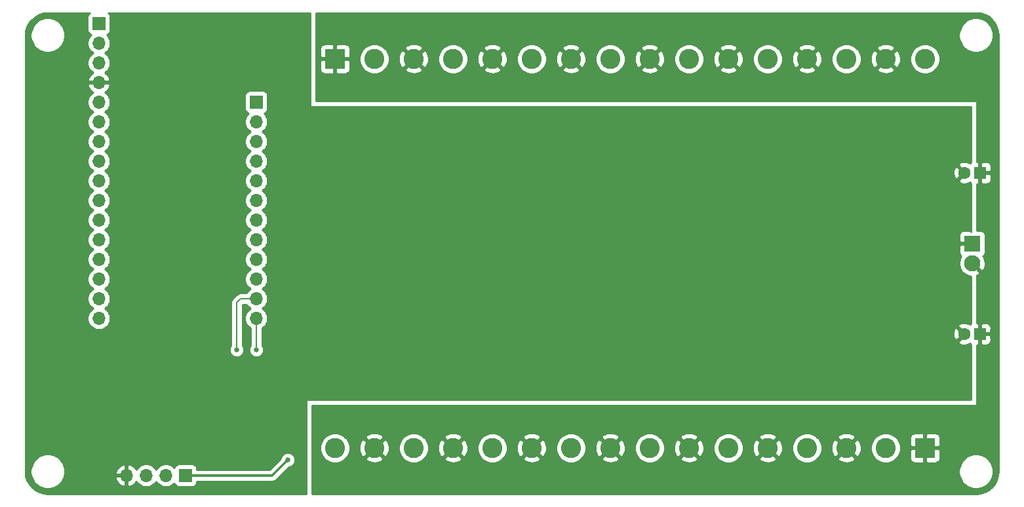
<source format=gbl>
G04 #@! TF.GenerationSoftware,KiCad,Pcbnew,5.1.5+dfsg1-2build2*
G04 #@! TF.CreationDate,2022-05-26T11:06:16-04:00*
G04 #@! TF.ProjectId,feather_valve_driver,66656174-6865-4725-9f76-616c76655f64,rev?*
G04 #@! TF.SameCoordinates,Original*
G04 #@! TF.FileFunction,Copper,L2,Bot*
G04 #@! TF.FilePolarity,Positive*
%FSLAX46Y46*%
G04 Gerber Fmt 4.6, Leading zero omitted, Abs format (unit mm)*
G04 Created by KiCad (PCBNEW 5.1.5+dfsg1-2build2) date 2022-05-26 11:06:16*
%MOMM*%
%LPD*%
G04 APERTURE LIST*
%ADD10C,2.100000*%
%ADD11R,2.100000X2.100000*%
%ADD12C,2.600000*%
%ADD13R,2.600000X2.600000*%
%ADD14C,1.600000*%
%ADD15R,1.600000X1.600000*%
%ADD16O,1.700000X1.700000*%
%ADD17R,1.700000X1.700000*%
%ADD18C,1.016000*%
%ADD19C,0.635000*%
%ADD20C,0.203200*%
%ADD21C,0.304800*%
%ADD22C,0.254000*%
G04 APERTURE END LIST*
D10*
X155956000Y-88900000D03*
D11*
X155956000Y-86360000D03*
D12*
X149860000Y-62484000D03*
X144780000Y-62484000D03*
X139700000Y-62484000D03*
X134620000Y-62484000D03*
X129540000Y-62484000D03*
X124460000Y-62484000D03*
X119380000Y-62484000D03*
X114300000Y-62484000D03*
X109220000Y-62484000D03*
X104140000Y-62484000D03*
X99060000Y-62484000D03*
X93980000Y-62484000D03*
X88900000Y-62484000D03*
X83820000Y-62484000D03*
X78740000Y-62484000D03*
D13*
X73660000Y-62484000D03*
D12*
X73660000Y-112776000D03*
X78740000Y-112776000D03*
X83820000Y-112776000D03*
X88900000Y-112776000D03*
X93980000Y-112776000D03*
X99060000Y-112776000D03*
X104140000Y-112776000D03*
X109220000Y-112776000D03*
X114300000Y-112776000D03*
X119380000Y-112776000D03*
X124460000Y-112776000D03*
X129540000Y-112776000D03*
X134620000Y-112776000D03*
X139700000Y-112776000D03*
X144780000Y-112776000D03*
D13*
X149860000Y-112776000D03*
D14*
X154940000Y-98044000D03*
D15*
X156940000Y-98044000D03*
D14*
X154972000Y-77216000D03*
D15*
X156972000Y-77216000D03*
D16*
X43180000Y-96012000D03*
X43180000Y-93472000D03*
X43180000Y-90932000D03*
X43180000Y-88392000D03*
X43180000Y-85852000D03*
X43180000Y-83312000D03*
X43180000Y-80772000D03*
X43180000Y-78232000D03*
X43180000Y-75692000D03*
X43180000Y-73152000D03*
X43180000Y-70612000D03*
X43180000Y-68072000D03*
X43180000Y-65532000D03*
X43180000Y-62992000D03*
X43180000Y-60452000D03*
D17*
X43180000Y-57912000D03*
X54356000Y-116332000D03*
D16*
X51816000Y-116332000D03*
X49276000Y-116332000D03*
X46736000Y-116332000D03*
X63500000Y-96012000D03*
X63500000Y-93472000D03*
X63500000Y-90932000D03*
X63500000Y-88392000D03*
X63500000Y-85852000D03*
X63500000Y-83312000D03*
X63500000Y-80772000D03*
X63500000Y-78232000D03*
X63500000Y-75692000D03*
X63500000Y-73152000D03*
X63500000Y-70612000D03*
D17*
X63500000Y-68072000D03*
D18*
X143256000Y-98552000D03*
X133096000Y-98552000D03*
X122936000Y-98552000D03*
X112776000Y-98552000D03*
X102616000Y-98552000D03*
X92456000Y-98552000D03*
X82296000Y-98552000D03*
X72136000Y-98552000D03*
X151384000Y-76200000D03*
X141224000Y-76200000D03*
X131064000Y-76200000D03*
X120904000Y-76200000D03*
X111252000Y-76200000D03*
X100584000Y-76200000D03*
X90424000Y-76200000D03*
X80264000Y-76200000D03*
D19*
X150876000Y-94996000D03*
X140716000Y-94996000D03*
X130556000Y-94996000D03*
X120396000Y-94996000D03*
X110236000Y-94996000D03*
X100076000Y-94996000D03*
X89916000Y-94996000D03*
X79756000Y-94996000D03*
X72644000Y-79756000D03*
X82804000Y-79756000D03*
X92964000Y-79756000D03*
X103632000Y-79756000D03*
X113284000Y-79756000D03*
X123444000Y-79756000D03*
X133604000Y-79756000D03*
X143764000Y-79756000D03*
X67564000Y-115824000D03*
X63500000Y-100076000D03*
X60960000Y-100076000D03*
X67564000Y-114300000D03*
D20*
X63500000Y-96012000D02*
X63500000Y-100076000D01*
X60960000Y-100076000D02*
X60960000Y-93980000D01*
X61468000Y-93472000D02*
X63500000Y-93472000D01*
X60960000Y-93980000D02*
X61468000Y-93472000D01*
D21*
X65532000Y-116332000D02*
X67564000Y-114300000D01*
X54356000Y-116332000D02*
X65532000Y-116332000D01*
D22*
G36*
X41878815Y-56610815D02*
G01*
X41799463Y-56707506D01*
X41740498Y-56817820D01*
X41704188Y-56937518D01*
X41691928Y-57062000D01*
X41691928Y-58762000D01*
X41704188Y-58886482D01*
X41740498Y-59006180D01*
X41799463Y-59116494D01*
X41878815Y-59213185D01*
X41975506Y-59292537D01*
X42085820Y-59351502D01*
X42158380Y-59373513D01*
X42026525Y-59505368D01*
X41864010Y-59748589D01*
X41752068Y-60018842D01*
X41695000Y-60305740D01*
X41695000Y-60598260D01*
X41752068Y-60885158D01*
X41864010Y-61155411D01*
X42026525Y-61398632D01*
X42233368Y-61605475D01*
X42407760Y-61722000D01*
X42233368Y-61838525D01*
X42026525Y-62045368D01*
X41864010Y-62288589D01*
X41752068Y-62558842D01*
X41695000Y-62845740D01*
X41695000Y-63138260D01*
X41752068Y-63425158D01*
X41864010Y-63695411D01*
X42026525Y-63938632D01*
X42233368Y-64145475D01*
X42415534Y-64267195D01*
X42298645Y-64336822D01*
X42082412Y-64531731D01*
X41908359Y-64765080D01*
X41783175Y-65027901D01*
X41738524Y-65175110D01*
X41859845Y-65405000D01*
X43053000Y-65405000D01*
X43053000Y-65385000D01*
X43307000Y-65385000D01*
X43307000Y-65405000D01*
X44500155Y-65405000D01*
X44621476Y-65175110D01*
X44576825Y-65027901D01*
X44451641Y-64765080D01*
X44277588Y-64531731D01*
X44061355Y-64336822D01*
X43944466Y-64267195D01*
X44126632Y-64145475D01*
X44333475Y-63938632D01*
X44495990Y-63695411D01*
X44607932Y-63425158D01*
X44665000Y-63138260D01*
X44665000Y-62845740D01*
X44607932Y-62558842D01*
X44495990Y-62288589D01*
X44333475Y-62045368D01*
X44126632Y-61838525D01*
X43952240Y-61722000D01*
X44126632Y-61605475D01*
X44333475Y-61398632D01*
X44495990Y-61155411D01*
X44607932Y-60885158D01*
X44665000Y-60598260D01*
X44665000Y-60305740D01*
X44607932Y-60018842D01*
X44495990Y-59748589D01*
X44333475Y-59505368D01*
X44201620Y-59373513D01*
X44274180Y-59351502D01*
X44384494Y-59292537D01*
X44481185Y-59213185D01*
X44560537Y-59116494D01*
X44619502Y-59006180D01*
X44655812Y-58886482D01*
X44668072Y-58762000D01*
X44668072Y-57062000D01*
X44655812Y-56937518D01*
X44619502Y-56817820D01*
X44560537Y-56707506D01*
X44481185Y-56610815D01*
X44394896Y-56540000D01*
X70485000Y-56540000D01*
X70485000Y-68580000D01*
X70487440Y-68604776D01*
X70494667Y-68628601D01*
X70506403Y-68650557D01*
X70522197Y-68669803D01*
X70541443Y-68685597D01*
X70563399Y-68697333D01*
X70587224Y-68704560D01*
X70612000Y-68707000D01*
X155829000Y-68707000D01*
X155829000Y-75879319D01*
X155817506Y-75885463D01*
X155720815Y-75964815D01*
X155710193Y-75977758D01*
X155458004Y-75858429D01*
X155183816Y-75789700D01*
X154901488Y-75775783D01*
X154621870Y-75817213D01*
X154355708Y-75912397D01*
X154230486Y-75979329D01*
X154158903Y-76223298D01*
X154972000Y-77036395D01*
X154986143Y-77022253D01*
X155165748Y-77201858D01*
X155151605Y-77216000D01*
X155165748Y-77230143D01*
X154986143Y-77409748D01*
X154972000Y-77395605D01*
X154158903Y-78208702D01*
X154230486Y-78452671D01*
X154485996Y-78573571D01*
X154760184Y-78642300D01*
X155042512Y-78656217D01*
X155322130Y-78614787D01*
X155588292Y-78519603D01*
X155710309Y-78454384D01*
X155720815Y-78467185D01*
X155817506Y-78546537D01*
X155829000Y-78552681D01*
X155829000Y-84675000D01*
X155828998Y-84675000D01*
X155828998Y-84833748D01*
X155670250Y-84675000D01*
X154906000Y-84671928D01*
X154781518Y-84684188D01*
X154661820Y-84720498D01*
X154551506Y-84779463D01*
X154454815Y-84858815D01*
X154375463Y-84955506D01*
X154316498Y-85065820D01*
X154280188Y-85185518D01*
X154267928Y-85310000D01*
X154271000Y-86074250D01*
X154429750Y-86233000D01*
X155829000Y-86233000D01*
X155829000Y-86487000D01*
X154429750Y-86487000D01*
X154271000Y-86645750D01*
X154267928Y-87410000D01*
X154280188Y-87534482D01*
X154316498Y-87654180D01*
X154375463Y-87764494D01*
X154454815Y-87861185D01*
X154551506Y-87940537D01*
X154565546Y-87948042D01*
X154462772Y-88101853D01*
X154335754Y-88408504D01*
X154271000Y-88734042D01*
X154271000Y-89065958D01*
X154335754Y-89391496D01*
X154462772Y-89698147D01*
X154647175Y-89974125D01*
X154881875Y-90208825D01*
X155157853Y-90393228D01*
X155464504Y-90520246D01*
X155790042Y-90585000D01*
X155829000Y-90585000D01*
X155829000Y-96690215D01*
X155785506Y-96713463D01*
X155688815Y-96792815D01*
X155678193Y-96805758D01*
X155426004Y-96686429D01*
X155151816Y-96617700D01*
X154869488Y-96603783D01*
X154589870Y-96645213D01*
X154323708Y-96740397D01*
X154198486Y-96807329D01*
X154126903Y-97051298D01*
X154940000Y-97864395D01*
X154954143Y-97850253D01*
X155133748Y-98029858D01*
X155119605Y-98044000D01*
X155133748Y-98058143D01*
X154954143Y-98237748D01*
X154940000Y-98223605D01*
X154126903Y-99036702D01*
X154198486Y-99280671D01*
X154453996Y-99401571D01*
X154728184Y-99470300D01*
X155010512Y-99484217D01*
X155290130Y-99442787D01*
X155556292Y-99347603D01*
X155678309Y-99282384D01*
X155688815Y-99295185D01*
X155785506Y-99374537D01*
X155829000Y-99397785D01*
X155829000Y-106553000D01*
X70104000Y-106553000D01*
X70079224Y-106555440D01*
X70055399Y-106562667D01*
X70033443Y-106574403D01*
X70014197Y-106590197D01*
X69998403Y-106609443D01*
X69986667Y-106631399D01*
X69979440Y-106655224D01*
X69977000Y-106680000D01*
X69977000Y-118720000D01*
X36608278Y-118720000D01*
X36014114Y-118661742D01*
X35473626Y-118498559D01*
X34975133Y-118233506D01*
X34537607Y-117876669D01*
X34177731Y-117441653D01*
X33909202Y-116945019D01*
X33742251Y-116405690D01*
X33680000Y-115813404D01*
X33680000Y-115603872D01*
X34341000Y-115603872D01*
X34341000Y-116044128D01*
X34426890Y-116475925D01*
X34595369Y-116882669D01*
X34839962Y-117248729D01*
X35151271Y-117560038D01*
X35517331Y-117804631D01*
X35924075Y-117973110D01*
X36355872Y-118059000D01*
X36796128Y-118059000D01*
X37227925Y-117973110D01*
X37634669Y-117804631D01*
X38000729Y-117560038D01*
X38312038Y-117248729D01*
X38556631Y-116882669D01*
X38636896Y-116688891D01*
X45294519Y-116688891D01*
X45391843Y-116963252D01*
X45540822Y-117213355D01*
X45735731Y-117429588D01*
X45969080Y-117603641D01*
X46231901Y-117728825D01*
X46379110Y-117773476D01*
X46609000Y-117652155D01*
X46609000Y-116459000D01*
X45415186Y-116459000D01*
X45294519Y-116688891D01*
X38636896Y-116688891D01*
X38725110Y-116475925D01*
X38811000Y-116044128D01*
X38811000Y-115975109D01*
X45294519Y-115975109D01*
X45415186Y-116205000D01*
X46609000Y-116205000D01*
X46609000Y-115011845D01*
X46863000Y-115011845D01*
X46863000Y-116205000D01*
X46883000Y-116205000D01*
X46883000Y-116459000D01*
X46863000Y-116459000D01*
X46863000Y-117652155D01*
X47092890Y-117773476D01*
X47240099Y-117728825D01*
X47502920Y-117603641D01*
X47736269Y-117429588D01*
X47931178Y-117213355D01*
X48000805Y-117096466D01*
X48122525Y-117278632D01*
X48329368Y-117485475D01*
X48572589Y-117647990D01*
X48842842Y-117759932D01*
X49129740Y-117817000D01*
X49422260Y-117817000D01*
X49709158Y-117759932D01*
X49979411Y-117647990D01*
X50222632Y-117485475D01*
X50429475Y-117278632D01*
X50546000Y-117104240D01*
X50662525Y-117278632D01*
X50869368Y-117485475D01*
X51112589Y-117647990D01*
X51382842Y-117759932D01*
X51669740Y-117817000D01*
X51962260Y-117817000D01*
X52249158Y-117759932D01*
X52519411Y-117647990D01*
X52762632Y-117485475D01*
X52894487Y-117353620D01*
X52916498Y-117426180D01*
X52975463Y-117536494D01*
X53054815Y-117633185D01*
X53151506Y-117712537D01*
X53261820Y-117771502D01*
X53381518Y-117807812D01*
X53506000Y-117820072D01*
X55206000Y-117820072D01*
X55330482Y-117807812D01*
X55450180Y-117771502D01*
X55560494Y-117712537D01*
X55657185Y-117633185D01*
X55736537Y-117536494D01*
X55795502Y-117426180D01*
X55831812Y-117306482D01*
X55844072Y-117182000D01*
X55844072Y-117119400D01*
X65493337Y-117119400D01*
X65532000Y-117123208D01*
X65570663Y-117119400D01*
X65570673Y-117119400D01*
X65686357Y-117108006D01*
X65834783Y-117062982D01*
X65971572Y-116989866D01*
X66091469Y-116891469D01*
X66116128Y-116861422D01*
X67741746Y-115235805D01*
X67841834Y-115215896D01*
X68015178Y-115144095D01*
X68171184Y-115039855D01*
X68303855Y-114907184D01*
X68408095Y-114751178D01*
X68479896Y-114577834D01*
X68516500Y-114393813D01*
X68516500Y-114206187D01*
X68479896Y-114022166D01*
X68408095Y-113848822D01*
X68303855Y-113692816D01*
X68171184Y-113560145D01*
X68015178Y-113455905D01*
X67841834Y-113384104D01*
X67657813Y-113347500D01*
X67470187Y-113347500D01*
X67286166Y-113384104D01*
X67112822Y-113455905D01*
X66956816Y-113560145D01*
X66824145Y-113692816D01*
X66719905Y-113848822D01*
X66648104Y-114022166D01*
X66628195Y-114122254D01*
X65205850Y-115544600D01*
X55844072Y-115544600D01*
X55844072Y-115482000D01*
X55831812Y-115357518D01*
X55795502Y-115237820D01*
X55736537Y-115127506D01*
X55657185Y-115030815D01*
X55560494Y-114951463D01*
X55450180Y-114892498D01*
X55330482Y-114856188D01*
X55206000Y-114843928D01*
X53506000Y-114843928D01*
X53381518Y-114856188D01*
X53261820Y-114892498D01*
X53151506Y-114951463D01*
X53054815Y-115030815D01*
X52975463Y-115127506D01*
X52916498Y-115237820D01*
X52894487Y-115310380D01*
X52762632Y-115178525D01*
X52519411Y-115016010D01*
X52249158Y-114904068D01*
X51962260Y-114847000D01*
X51669740Y-114847000D01*
X51382842Y-114904068D01*
X51112589Y-115016010D01*
X50869368Y-115178525D01*
X50662525Y-115385368D01*
X50546000Y-115559760D01*
X50429475Y-115385368D01*
X50222632Y-115178525D01*
X49979411Y-115016010D01*
X49709158Y-114904068D01*
X49422260Y-114847000D01*
X49129740Y-114847000D01*
X48842842Y-114904068D01*
X48572589Y-115016010D01*
X48329368Y-115178525D01*
X48122525Y-115385368D01*
X48000805Y-115567534D01*
X47931178Y-115450645D01*
X47736269Y-115234412D01*
X47502920Y-115060359D01*
X47240099Y-114935175D01*
X47092890Y-114890524D01*
X46863000Y-115011845D01*
X46609000Y-115011845D01*
X46379110Y-114890524D01*
X46231901Y-114935175D01*
X45969080Y-115060359D01*
X45735731Y-115234412D01*
X45540822Y-115450645D01*
X45391843Y-115700748D01*
X45294519Y-115975109D01*
X38811000Y-115975109D01*
X38811000Y-115603872D01*
X38725110Y-115172075D01*
X38556631Y-114765331D01*
X38312038Y-114399271D01*
X38000729Y-114087962D01*
X37634669Y-113843369D01*
X37227925Y-113674890D01*
X36796128Y-113589000D01*
X36355872Y-113589000D01*
X35924075Y-113674890D01*
X35517331Y-113843369D01*
X35151271Y-114087962D01*
X34839962Y-114399271D01*
X34595369Y-114765331D01*
X34426890Y-115172075D01*
X34341000Y-115603872D01*
X33680000Y-115603872D01*
X33680000Y-99982187D01*
X60007500Y-99982187D01*
X60007500Y-100169813D01*
X60044104Y-100353834D01*
X60115905Y-100527178D01*
X60220145Y-100683184D01*
X60352816Y-100815855D01*
X60508822Y-100920095D01*
X60682166Y-100991896D01*
X60866187Y-101028500D01*
X61053813Y-101028500D01*
X61237834Y-100991896D01*
X61411178Y-100920095D01*
X61567184Y-100815855D01*
X61699855Y-100683184D01*
X61804095Y-100527178D01*
X61875896Y-100353834D01*
X61912500Y-100169813D01*
X61912500Y-99982187D01*
X61875896Y-99798166D01*
X61804095Y-99624822D01*
X61699855Y-99468816D01*
X61696600Y-99465561D01*
X61696600Y-94285109D01*
X61773109Y-94208600D01*
X62206186Y-94208600D01*
X62346525Y-94418632D01*
X62553368Y-94625475D01*
X62727760Y-94742000D01*
X62553368Y-94858525D01*
X62346525Y-95065368D01*
X62184010Y-95308589D01*
X62072068Y-95578842D01*
X62015000Y-95865740D01*
X62015000Y-96158260D01*
X62072068Y-96445158D01*
X62184010Y-96715411D01*
X62346525Y-96958632D01*
X62553368Y-97165475D01*
X62763400Y-97305814D01*
X62763401Y-99465560D01*
X62760145Y-99468816D01*
X62655905Y-99624822D01*
X62584104Y-99798166D01*
X62547500Y-99982187D01*
X62547500Y-100169813D01*
X62584104Y-100353834D01*
X62655905Y-100527178D01*
X62760145Y-100683184D01*
X62892816Y-100815855D01*
X63048822Y-100920095D01*
X63222166Y-100991896D01*
X63406187Y-101028500D01*
X63593813Y-101028500D01*
X63777834Y-100991896D01*
X63951178Y-100920095D01*
X64107184Y-100815855D01*
X64239855Y-100683184D01*
X64344095Y-100527178D01*
X64415896Y-100353834D01*
X64452500Y-100169813D01*
X64452500Y-99982187D01*
X64415896Y-99798166D01*
X64344095Y-99624822D01*
X64239855Y-99468816D01*
X64236600Y-99465561D01*
X64236600Y-98114512D01*
X153499783Y-98114512D01*
X153541213Y-98394130D01*
X153636397Y-98660292D01*
X153703329Y-98785514D01*
X153947298Y-98857097D01*
X154760395Y-98044000D01*
X153947298Y-97230903D01*
X153703329Y-97302486D01*
X153582429Y-97557996D01*
X153513700Y-97832184D01*
X153499783Y-98114512D01*
X64236600Y-98114512D01*
X64236600Y-97305814D01*
X64446632Y-97165475D01*
X64653475Y-96958632D01*
X64815990Y-96715411D01*
X64927932Y-96445158D01*
X64985000Y-96158260D01*
X64985000Y-95865740D01*
X64927932Y-95578842D01*
X64815990Y-95308589D01*
X64653475Y-95065368D01*
X64446632Y-94858525D01*
X64272240Y-94742000D01*
X64446632Y-94625475D01*
X64653475Y-94418632D01*
X64815990Y-94175411D01*
X64927932Y-93905158D01*
X64985000Y-93618260D01*
X64985000Y-93325740D01*
X64927932Y-93038842D01*
X64815990Y-92768589D01*
X64653475Y-92525368D01*
X64446632Y-92318525D01*
X64272240Y-92202000D01*
X64446632Y-92085475D01*
X64653475Y-91878632D01*
X64815990Y-91635411D01*
X64927932Y-91365158D01*
X64985000Y-91078260D01*
X64985000Y-90785740D01*
X64927932Y-90498842D01*
X64815990Y-90228589D01*
X64653475Y-89985368D01*
X64446632Y-89778525D01*
X64272240Y-89662000D01*
X64446632Y-89545475D01*
X64653475Y-89338632D01*
X64815990Y-89095411D01*
X64927932Y-88825158D01*
X64985000Y-88538260D01*
X64985000Y-88245740D01*
X64927932Y-87958842D01*
X64815990Y-87688589D01*
X64653475Y-87445368D01*
X64446632Y-87238525D01*
X64272240Y-87122000D01*
X64446632Y-87005475D01*
X64653475Y-86798632D01*
X64815990Y-86555411D01*
X64927932Y-86285158D01*
X64985000Y-85998260D01*
X64985000Y-85705740D01*
X64927932Y-85418842D01*
X64815990Y-85148589D01*
X64653475Y-84905368D01*
X64446632Y-84698525D01*
X64272240Y-84582000D01*
X64446632Y-84465475D01*
X64653475Y-84258632D01*
X64815990Y-84015411D01*
X64927932Y-83745158D01*
X64985000Y-83458260D01*
X64985000Y-83165740D01*
X64927932Y-82878842D01*
X64815990Y-82608589D01*
X64653475Y-82365368D01*
X64446632Y-82158525D01*
X64272240Y-82042000D01*
X64446632Y-81925475D01*
X64653475Y-81718632D01*
X64815990Y-81475411D01*
X64927932Y-81205158D01*
X64985000Y-80918260D01*
X64985000Y-80625740D01*
X64927932Y-80338842D01*
X64815990Y-80068589D01*
X64653475Y-79825368D01*
X64446632Y-79618525D01*
X64272240Y-79502000D01*
X64446632Y-79385475D01*
X64653475Y-79178632D01*
X64815990Y-78935411D01*
X64927932Y-78665158D01*
X64985000Y-78378260D01*
X64985000Y-78085740D01*
X64927932Y-77798842D01*
X64815990Y-77528589D01*
X64654240Y-77286512D01*
X153531783Y-77286512D01*
X153573213Y-77566130D01*
X153668397Y-77832292D01*
X153735329Y-77957514D01*
X153979298Y-78029097D01*
X154792395Y-77216000D01*
X153979298Y-76402903D01*
X153735329Y-76474486D01*
X153614429Y-76729996D01*
X153545700Y-77004184D01*
X153531783Y-77286512D01*
X64654240Y-77286512D01*
X64653475Y-77285368D01*
X64446632Y-77078525D01*
X64272240Y-76962000D01*
X64446632Y-76845475D01*
X64653475Y-76638632D01*
X64815990Y-76395411D01*
X64927932Y-76125158D01*
X64985000Y-75838260D01*
X64985000Y-75545740D01*
X64927932Y-75258842D01*
X64815990Y-74988589D01*
X64653475Y-74745368D01*
X64446632Y-74538525D01*
X64272240Y-74422000D01*
X64446632Y-74305475D01*
X64653475Y-74098632D01*
X64815990Y-73855411D01*
X64927932Y-73585158D01*
X64985000Y-73298260D01*
X64985000Y-73005740D01*
X64927932Y-72718842D01*
X64815990Y-72448589D01*
X64653475Y-72205368D01*
X64446632Y-71998525D01*
X64272240Y-71882000D01*
X64446632Y-71765475D01*
X64653475Y-71558632D01*
X64815990Y-71315411D01*
X64927932Y-71045158D01*
X64985000Y-70758260D01*
X64985000Y-70465740D01*
X64927932Y-70178842D01*
X64815990Y-69908589D01*
X64653475Y-69665368D01*
X64521620Y-69533513D01*
X64594180Y-69511502D01*
X64704494Y-69452537D01*
X64801185Y-69373185D01*
X64880537Y-69276494D01*
X64939502Y-69166180D01*
X64975812Y-69046482D01*
X64988072Y-68922000D01*
X64988072Y-67222000D01*
X64975812Y-67097518D01*
X64939502Y-66977820D01*
X64880537Y-66867506D01*
X64801185Y-66770815D01*
X64704494Y-66691463D01*
X64594180Y-66632498D01*
X64474482Y-66596188D01*
X64350000Y-66583928D01*
X62650000Y-66583928D01*
X62525518Y-66596188D01*
X62405820Y-66632498D01*
X62295506Y-66691463D01*
X62198815Y-66770815D01*
X62119463Y-66867506D01*
X62060498Y-66977820D01*
X62024188Y-67097518D01*
X62011928Y-67222000D01*
X62011928Y-68922000D01*
X62024188Y-69046482D01*
X62060498Y-69166180D01*
X62119463Y-69276494D01*
X62198815Y-69373185D01*
X62295506Y-69452537D01*
X62405820Y-69511502D01*
X62478380Y-69533513D01*
X62346525Y-69665368D01*
X62184010Y-69908589D01*
X62072068Y-70178842D01*
X62015000Y-70465740D01*
X62015000Y-70758260D01*
X62072068Y-71045158D01*
X62184010Y-71315411D01*
X62346525Y-71558632D01*
X62553368Y-71765475D01*
X62727760Y-71882000D01*
X62553368Y-71998525D01*
X62346525Y-72205368D01*
X62184010Y-72448589D01*
X62072068Y-72718842D01*
X62015000Y-73005740D01*
X62015000Y-73298260D01*
X62072068Y-73585158D01*
X62184010Y-73855411D01*
X62346525Y-74098632D01*
X62553368Y-74305475D01*
X62727760Y-74422000D01*
X62553368Y-74538525D01*
X62346525Y-74745368D01*
X62184010Y-74988589D01*
X62072068Y-75258842D01*
X62015000Y-75545740D01*
X62015000Y-75838260D01*
X62072068Y-76125158D01*
X62184010Y-76395411D01*
X62346525Y-76638632D01*
X62553368Y-76845475D01*
X62727760Y-76962000D01*
X62553368Y-77078525D01*
X62346525Y-77285368D01*
X62184010Y-77528589D01*
X62072068Y-77798842D01*
X62015000Y-78085740D01*
X62015000Y-78378260D01*
X62072068Y-78665158D01*
X62184010Y-78935411D01*
X62346525Y-79178632D01*
X62553368Y-79385475D01*
X62727760Y-79502000D01*
X62553368Y-79618525D01*
X62346525Y-79825368D01*
X62184010Y-80068589D01*
X62072068Y-80338842D01*
X62015000Y-80625740D01*
X62015000Y-80918260D01*
X62072068Y-81205158D01*
X62184010Y-81475411D01*
X62346525Y-81718632D01*
X62553368Y-81925475D01*
X62727760Y-82042000D01*
X62553368Y-82158525D01*
X62346525Y-82365368D01*
X62184010Y-82608589D01*
X62072068Y-82878842D01*
X62015000Y-83165740D01*
X62015000Y-83458260D01*
X62072068Y-83745158D01*
X62184010Y-84015411D01*
X62346525Y-84258632D01*
X62553368Y-84465475D01*
X62727760Y-84582000D01*
X62553368Y-84698525D01*
X62346525Y-84905368D01*
X62184010Y-85148589D01*
X62072068Y-85418842D01*
X62015000Y-85705740D01*
X62015000Y-85998260D01*
X62072068Y-86285158D01*
X62184010Y-86555411D01*
X62346525Y-86798632D01*
X62553368Y-87005475D01*
X62727760Y-87122000D01*
X62553368Y-87238525D01*
X62346525Y-87445368D01*
X62184010Y-87688589D01*
X62072068Y-87958842D01*
X62015000Y-88245740D01*
X62015000Y-88538260D01*
X62072068Y-88825158D01*
X62184010Y-89095411D01*
X62346525Y-89338632D01*
X62553368Y-89545475D01*
X62727760Y-89662000D01*
X62553368Y-89778525D01*
X62346525Y-89985368D01*
X62184010Y-90228589D01*
X62072068Y-90498842D01*
X62015000Y-90785740D01*
X62015000Y-91078260D01*
X62072068Y-91365158D01*
X62184010Y-91635411D01*
X62346525Y-91878632D01*
X62553368Y-92085475D01*
X62727760Y-92202000D01*
X62553368Y-92318525D01*
X62346525Y-92525368D01*
X62206186Y-92735400D01*
X61504175Y-92735400D01*
X61467999Y-92731837D01*
X61431823Y-92735400D01*
X61431814Y-92735400D01*
X61323601Y-92746058D01*
X61184751Y-92788178D01*
X61056787Y-92856576D01*
X60944625Y-92948625D01*
X60921554Y-92976737D01*
X60464732Y-93433559D01*
X60436626Y-93456625D01*
X60413560Y-93484731D01*
X60413558Y-93484733D01*
X60344576Y-93568788D01*
X60276178Y-93696753D01*
X60234059Y-93835602D01*
X60219836Y-93980000D01*
X60223401Y-94016193D01*
X60223400Y-99465561D01*
X60220145Y-99468816D01*
X60115905Y-99624822D01*
X60044104Y-99798166D01*
X60007500Y-99982187D01*
X33680000Y-99982187D01*
X33680000Y-67925740D01*
X41695000Y-67925740D01*
X41695000Y-68218260D01*
X41752068Y-68505158D01*
X41864010Y-68775411D01*
X42026525Y-69018632D01*
X42233368Y-69225475D01*
X42407760Y-69342000D01*
X42233368Y-69458525D01*
X42026525Y-69665368D01*
X41864010Y-69908589D01*
X41752068Y-70178842D01*
X41695000Y-70465740D01*
X41695000Y-70758260D01*
X41752068Y-71045158D01*
X41864010Y-71315411D01*
X42026525Y-71558632D01*
X42233368Y-71765475D01*
X42407760Y-71882000D01*
X42233368Y-71998525D01*
X42026525Y-72205368D01*
X41864010Y-72448589D01*
X41752068Y-72718842D01*
X41695000Y-73005740D01*
X41695000Y-73298260D01*
X41752068Y-73585158D01*
X41864010Y-73855411D01*
X42026525Y-74098632D01*
X42233368Y-74305475D01*
X42407760Y-74422000D01*
X42233368Y-74538525D01*
X42026525Y-74745368D01*
X41864010Y-74988589D01*
X41752068Y-75258842D01*
X41695000Y-75545740D01*
X41695000Y-75838260D01*
X41752068Y-76125158D01*
X41864010Y-76395411D01*
X42026525Y-76638632D01*
X42233368Y-76845475D01*
X42407760Y-76962000D01*
X42233368Y-77078525D01*
X42026525Y-77285368D01*
X41864010Y-77528589D01*
X41752068Y-77798842D01*
X41695000Y-78085740D01*
X41695000Y-78378260D01*
X41752068Y-78665158D01*
X41864010Y-78935411D01*
X42026525Y-79178632D01*
X42233368Y-79385475D01*
X42407760Y-79502000D01*
X42233368Y-79618525D01*
X42026525Y-79825368D01*
X41864010Y-80068589D01*
X41752068Y-80338842D01*
X41695000Y-80625740D01*
X41695000Y-80918260D01*
X41752068Y-81205158D01*
X41864010Y-81475411D01*
X42026525Y-81718632D01*
X42233368Y-81925475D01*
X42407760Y-82042000D01*
X42233368Y-82158525D01*
X42026525Y-82365368D01*
X41864010Y-82608589D01*
X41752068Y-82878842D01*
X41695000Y-83165740D01*
X41695000Y-83458260D01*
X41752068Y-83745158D01*
X41864010Y-84015411D01*
X42026525Y-84258632D01*
X42233368Y-84465475D01*
X42407760Y-84582000D01*
X42233368Y-84698525D01*
X42026525Y-84905368D01*
X41864010Y-85148589D01*
X41752068Y-85418842D01*
X41695000Y-85705740D01*
X41695000Y-85998260D01*
X41752068Y-86285158D01*
X41864010Y-86555411D01*
X42026525Y-86798632D01*
X42233368Y-87005475D01*
X42407760Y-87122000D01*
X42233368Y-87238525D01*
X42026525Y-87445368D01*
X41864010Y-87688589D01*
X41752068Y-87958842D01*
X41695000Y-88245740D01*
X41695000Y-88538260D01*
X41752068Y-88825158D01*
X41864010Y-89095411D01*
X42026525Y-89338632D01*
X42233368Y-89545475D01*
X42407760Y-89662000D01*
X42233368Y-89778525D01*
X42026525Y-89985368D01*
X41864010Y-90228589D01*
X41752068Y-90498842D01*
X41695000Y-90785740D01*
X41695000Y-91078260D01*
X41752068Y-91365158D01*
X41864010Y-91635411D01*
X42026525Y-91878632D01*
X42233368Y-92085475D01*
X42407760Y-92202000D01*
X42233368Y-92318525D01*
X42026525Y-92525368D01*
X41864010Y-92768589D01*
X41752068Y-93038842D01*
X41695000Y-93325740D01*
X41695000Y-93618260D01*
X41752068Y-93905158D01*
X41864010Y-94175411D01*
X42026525Y-94418632D01*
X42233368Y-94625475D01*
X42407760Y-94742000D01*
X42233368Y-94858525D01*
X42026525Y-95065368D01*
X41864010Y-95308589D01*
X41752068Y-95578842D01*
X41695000Y-95865740D01*
X41695000Y-96158260D01*
X41752068Y-96445158D01*
X41864010Y-96715411D01*
X42026525Y-96958632D01*
X42233368Y-97165475D01*
X42476589Y-97327990D01*
X42746842Y-97439932D01*
X43033740Y-97497000D01*
X43326260Y-97497000D01*
X43613158Y-97439932D01*
X43883411Y-97327990D01*
X44126632Y-97165475D01*
X44333475Y-96958632D01*
X44495990Y-96715411D01*
X44607932Y-96445158D01*
X44665000Y-96158260D01*
X44665000Y-95865740D01*
X44607932Y-95578842D01*
X44495990Y-95308589D01*
X44333475Y-95065368D01*
X44126632Y-94858525D01*
X43952240Y-94742000D01*
X44126632Y-94625475D01*
X44333475Y-94418632D01*
X44495990Y-94175411D01*
X44607932Y-93905158D01*
X44665000Y-93618260D01*
X44665000Y-93325740D01*
X44607932Y-93038842D01*
X44495990Y-92768589D01*
X44333475Y-92525368D01*
X44126632Y-92318525D01*
X43952240Y-92202000D01*
X44126632Y-92085475D01*
X44333475Y-91878632D01*
X44495990Y-91635411D01*
X44607932Y-91365158D01*
X44665000Y-91078260D01*
X44665000Y-90785740D01*
X44607932Y-90498842D01*
X44495990Y-90228589D01*
X44333475Y-89985368D01*
X44126632Y-89778525D01*
X43952240Y-89662000D01*
X44126632Y-89545475D01*
X44333475Y-89338632D01*
X44495990Y-89095411D01*
X44607932Y-88825158D01*
X44665000Y-88538260D01*
X44665000Y-88245740D01*
X44607932Y-87958842D01*
X44495990Y-87688589D01*
X44333475Y-87445368D01*
X44126632Y-87238525D01*
X43952240Y-87122000D01*
X44126632Y-87005475D01*
X44333475Y-86798632D01*
X44495990Y-86555411D01*
X44607932Y-86285158D01*
X44665000Y-85998260D01*
X44665000Y-85705740D01*
X44607932Y-85418842D01*
X44495990Y-85148589D01*
X44333475Y-84905368D01*
X44126632Y-84698525D01*
X43952240Y-84582000D01*
X44126632Y-84465475D01*
X44333475Y-84258632D01*
X44495990Y-84015411D01*
X44607932Y-83745158D01*
X44665000Y-83458260D01*
X44665000Y-83165740D01*
X44607932Y-82878842D01*
X44495990Y-82608589D01*
X44333475Y-82365368D01*
X44126632Y-82158525D01*
X43952240Y-82042000D01*
X44126632Y-81925475D01*
X44333475Y-81718632D01*
X44495990Y-81475411D01*
X44607932Y-81205158D01*
X44665000Y-80918260D01*
X44665000Y-80625740D01*
X44607932Y-80338842D01*
X44495990Y-80068589D01*
X44333475Y-79825368D01*
X44126632Y-79618525D01*
X43952240Y-79502000D01*
X44126632Y-79385475D01*
X44333475Y-79178632D01*
X44495990Y-78935411D01*
X44607932Y-78665158D01*
X44665000Y-78378260D01*
X44665000Y-78085740D01*
X44607932Y-77798842D01*
X44495990Y-77528589D01*
X44333475Y-77285368D01*
X44126632Y-77078525D01*
X43952240Y-76962000D01*
X44126632Y-76845475D01*
X44333475Y-76638632D01*
X44495990Y-76395411D01*
X44607932Y-76125158D01*
X44665000Y-75838260D01*
X44665000Y-75545740D01*
X44607932Y-75258842D01*
X44495990Y-74988589D01*
X44333475Y-74745368D01*
X44126632Y-74538525D01*
X43952240Y-74422000D01*
X44126632Y-74305475D01*
X44333475Y-74098632D01*
X44495990Y-73855411D01*
X44607932Y-73585158D01*
X44665000Y-73298260D01*
X44665000Y-73005740D01*
X44607932Y-72718842D01*
X44495990Y-72448589D01*
X44333475Y-72205368D01*
X44126632Y-71998525D01*
X43952240Y-71882000D01*
X44126632Y-71765475D01*
X44333475Y-71558632D01*
X44495990Y-71315411D01*
X44607932Y-71045158D01*
X44665000Y-70758260D01*
X44665000Y-70465740D01*
X44607932Y-70178842D01*
X44495990Y-69908589D01*
X44333475Y-69665368D01*
X44126632Y-69458525D01*
X43952240Y-69342000D01*
X44126632Y-69225475D01*
X44333475Y-69018632D01*
X44495990Y-68775411D01*
X44607932Y-68505158D01*
X44665000Y-68218260D01*
X44665000Y-67925740D01*
X44607932Y-67638842D01*
X44495990Y-67368589D01*
X44333475Y-67125368D01*
X44126632Y-66918525D01*
X43944466Y-66796805D01*
X44061355Y-66727178D01*
X44277588Y-66532269D01*
X44451641Y-66298920D01*
X44576825Y-66036099D01*
X44621476Y-65888890D01*
X44500155Y-65659000D01*
X43307000Y-65659000D01*
X43307000Y-65679000D01*
X43053000Y-65679000D01*
X43053000Y-65659000D01*
X41859845Y-65659000D01*
X41738524Y-65888890D01*
X41783175Y-66036099D01*
X41908359Y-66298920D01*
X42082412Y-66532269D01*
X42298645Y-66727178D01*
X42415534Y-66796805D01*
X42233368Y-66918525D01*
X42026525Y-67125368D01*
X41864010Y-67368589D01*
X41752068Y-67638842D01*
X41695000Y-67925740D01*
X33680000Y-67925740D01*
X33680000Y-59468278D01*
X33704748Y-59215872D01*
X34341000Y-59215872D01*
X34341000Y-59656128D01*
X34426890Y-60087925D01*
X34595369Y-60494669D01*
X34839962Y-60860729D01*
X35151271Y-61172038D01*
X35517331Y-61416631D01*
X35924075Y-61585110D01*
X36355872Y-61671000D01*
X36796128Y-61671000D01*
X37227925Y-61585110D01*
X37634669Y-61416631D01*
X38000729Y-61172038D01*
X38312038Y-60860729D01*
X38556631Y-60494669D01*
X38725110Y-60087925D01*
X38811000Y-59656128D01*
X38811000Y-59215872D01*
X38725110Y-58784075D01*
X38556631Y-58377331D01*
X38312038Y-58011271D01*
X38000729Y-57699962D01*
X37634669Y-57455369D01*
X37227925Y-57286890D01*
X36796128Y-57201000D01*
X36355872Y-57201000D01*
X35924075Y-57286890D01*
X35517331Y-57455369D01*
X35151271Y-57699962D01*
X34839962Y-58011271D01*
X34595369Y-58377331D01*
X34426890Y-58784075D01*
X34341000Y-59215872D01*
X33704748Y-59215872D01*
X33738258Y-58874114D01*
X33901442Y-58333624D01*
X34166494Y-57835133D01*
X34523326Y-57397612D01*
X34958350Y-57037729D01*
X35454983Y-56769201D01*
X35994315Y-56602251D01*
X36586596Y-56540000D01*
X41965104Y-56540000D01*
X41878815Y-56610815D01*
G37*
X41878815Y-56610815D02*
X41799463Y-56707506D01*
X41740498Y-56817820D01*
X41704188Y-56937518D01*
X41691928Y-57062000D01*
X41691928Y-58762000D01*
X41704188Y-58886482D01*
X41740498Y-59006180D01*
X41799463Y-59116494D01*
X41878815Y-59213185D01*
X41975506Y-59292537D01*
X42085820Y-59351502D01*
X42158380Y-59373513D01*
X42026525Y-59505368D01*
X41864010Y-59748589D01*
X41752068Y-60018842D01*
X41695000Y-60305740D01*
X41695000Y-60598260D01*
X41752068Y-60885158D01*
X41864010Y-61155411D01*
X42026525Y-61398632D01*
X42233368Y-61605475D01*
X42407760Y-61722000D01*
X42233368Y-61838525D01*
X42026525Y-62045368D01*
X41864010Y-62288589D01*
X41752068Y-62558842D01*
X41695000Y-62845740D01*
X41695000Y-63138260D01*
X41752068Y-63425158D01*
X41864010Y-63695411D01*
X42026525Y-63938632D01*
X42233368Y-64145475D01*
X42415534Y-64267195D01*
X42298645Y-64336822D01*
X42082412Y-64531731D01*
X41908359Y-64765080D01*
X41783175Y-65027901D01*
X41738524Y-65175110D01*
X41859845Y-65405000D01*
X43053000Y-65405000D01*
X43053000Y-65385000D01*
X43307000Y-65385000D01*
X43307000Y-65405000D01*
X44500155Y-65405000D01*
X44621476Y-65175110D01*
X44576825Y-65027901D01*
X44451641Y-64765080D01*
X44277588Y-64531731D01*
X44061355Y-64336822D01*
X43944466Y-64267195D01*
X44126632Y-64145475D01*
X44333475Y-63938632D01*
X44495990Y-63695411D01*
X44607932Y-63425158D01*
X44665000Y-63138260D01*
X44665000Y-62845740D01*
X44607932Y-62558842D01*
X44495990Y-62288589D01*
X44333475Y-62045368D01*
X44126632Y-61838525D01*
X43952240Y-61722000D01*
X44126632Y-61605475D01*
X44333475Y-61398632D01*
X44495990Y-61155411D01*
X44607932Y-60885158D01*
X44665000Y-60598260D01*
X44665000Y-60305740D01*
X44607932Y-60018842D01*
X44495990Y-59748589D01*
X44333475Y-59505368D01*
X44201620Y-59373513D01*
X44274180Y-59351502D01*
X44384494Y-59292537D01*
X44481185Y-59213185D01*
X44560537Y-59116494D01*
X44619502Y-59006180D01*
X44655812Y-58886482D01*
X44668072Y-58762000D01*
X44668072Y-57062000D01*
X44655812Y-56937518D01*
X44619502Y-56817820D01*
X44560537Y-56707506D01*
X44481185Y-56610815D01*
X44394896Y-56540000D01*
X70485000Y-56540000D01*
X70485000Y-68580000D01*
X70487440Y-68604776D01*
X70494667Y-68628601D01*
X70506403Y-68650557D01*
X70522197Y-68669803D01*
X70541443Y-68685597D01*
X70563399Y-68697333D01*
X70587224Y-68704560D01*
X70612000Y-68707000D01*
X155829000Y-68707000D01*
X155829000Y-75879319D01*
X155817506Y-75885463D01*
X155720815Y-75964815D01*
X155710193Y-75977758D01*
X155458004Y-75858429D01*
X155183816Y-75789700D01*
X154901488Y-75775783D01*
X154621870Y-75817213D01*
X154355708Y-75912397D01*
X154230486Y-75979329D01*
X154158903Y-76223298D01*
X154972000Y-77036395D01*
X154986143Y-77022253D01*
X155165748Y-77201858D01*
X155151605Y-77216000D01*
X155165748Y-77230143D01*
X154986143Y-77409748D01*
X154972000Y-77395605D01*
X154158903Y-78208702D01*
X154230486Y-78452671D01*
X154485996Y-78573571D01*
X154760184Y-78642300D01*
X155042512Y-78656217D01*
X155322130Y-78614787D01*
X155588292Y-78519603D01*
X155710309Y-78454384D01*
X155720815Y-78467185D01*
X155817506Y-78546537D01*
X155829000Y-78552681D01*
X155829000Y-84675000D01*
X155828998Y-84675000D01*
X155828998Y-84833748D01*
X155670250Y-84675000D01*
X154906000Y-84671928D01*
X154781518Y-84684188D01*
X154661820Y-84720498D01*
X154551506Y-84779463D01*
X154454815Y-84858815D01*
X154375463Y-84955506D01*
X154316498Y-85065820D01*
X154280188Y-85185518D01*
X154267928Y-85310000D01*
X154271000Y-86074250D01*
X154429750Y-86233000D01*
X155829000Y-86233000D01*
X155829000Y-86487000D01*
X154429750Y-86487000D01*
X154271000Y-86645750D01*
X154267928Y-87410000D01*
X154280188Y-87534482D01*
X154316498Y-87654180D01*
X154375463Y-87764494D01*
X154454815Y-87861185D01*
X154551506Y-87940537D01*
X154565546Y-87948042D01*
X154462772Y-88101853D01*
X154335754Y-88408504D01*
X154271000Y-88734042D01*
X154271000Y-89065958D01*
X154335754Y-89391496D01*
X154462772Y-89698147D01*
X154647175Y-89974125D01*
X154881875Y-90208825D01*
X155157853Y-90393228D01*
X155464504Y-90520246D01*
X155790042Y-90585000D01*
X155829000Y-90585000D01*
X155829000Y-96690215D01*
X155785506Y-96713463D01*
X155688815Y-96792815D01*
X155678193Y-96805758D01*
X155426004Y-96686429D01*
X155151816Y-96617700D01*
X154869488Y-96603783D01*
X154589870Y-96645213D01*
X154323708Y-96740397D01*
X154198486Y-96807329D01*
X154126903Y-97051298D01*
X154940000Y-97864395D01*
X154954143Y-97850253D01*
X155133748Y-98029858D01*
X155119605Y-98044000D01*
X155133748Y-98058143D01*
X154954143Y-98237748D01*
X154940000Y-98223605D01*
X154126903Y-99036702D01*
X154198486Y-99280671D01*
X154453996Y-99401571D01*
X154728184Y-99470300D01*
X155010512Y-99484217D01*
X155290130Y-99442787D01*
X155556292Y-99347603D01*
X155678309Y-99282384D01*
X155688815Y-99295185D01*
X155785506Y-99374537D01*
X155829000Y-99397785D01*
X155829000Y-106553000D01*
X70104000Y-106553000D01*
X70079224Y-106555440D01*
X70055399Y-106562667D01*
X70033443Y-106574403D01*
X70014197Y-106590197D01*
X69998403Y-106609443D01*
X69986667Y-106631399D01*
X69979440Y-106655224D01*
X69977000Y-106680000D01*
X69977000Y-118720000D01*
X36608278Y-118720000D01*
X36014114Y-118661742D01*
X35473626Y-118498559D01*
X34975133Y-118233506D01*
X34537607Y-117876669D01*
X34177731Y-117441653D01*
X33909202Y-116945019D01*
X33742251Y-116405690D01*
X33680000Y-115813404D01*
X33680000Y-115603872D01*
X34341000Y-115603872D01*
X34341000Y-116044128D01*
X34426890Y-116475925D01*
X34595369Y-116882669D01*
X34839962Y-117248729D01*
X35151271Y-117560038D01*
X35517331Y-117804631D01*
X35924075Y-117973110D01*
X36355872Y-118059000D01*
X36796128Y-118059000D01*
X37227925Y-117973110D01*
X37634669Y-117804631D01*
X38000729Y-117560038D01*
X38312038Y-117248729D01*
X38556631Y-116882669D01*
X38636896Y-116688891D01*
X45294519Y-116688891D01*
X45391843Y-116963252D01*
X45540822Y-117213355D01*
X45735731Y-117429588D01*
X45969080Y-117603641D01*
X46231901Y-117728825D01*
X46379110Y-117773476D01*
X46609000Y-117652155D01*
X46609000Y-116459000D01*
X45415186Y-116459000D01*
X45294519Y-116688891D01*
X38636896Y-116688891D01*
X38725110Y-116475925D01*
X38811000Y-116044128D01*
X38811000Y-115975109D01*
X45294519Y-115975109D01*
X45415186Y-116205000D01*
X46609000Y-116205000D01*
X46609000Y-115011845D01*
X46863000Y-115011845D01*
X46863000Y-116205000D01*
X46883000Y-116205000D01*
X46883000Y-116459000D01*
X46863000Y-116459000D01*
X46863000Y-117652155D01*
X47092890Y-117773476D01*
X47240099Y-117728825D01*
X47502920Y-117603641D01*
X47736269Y-117429588D01*
X47931178Y-117213355D01*
X48000805Y-117096466D01*
X48122525Y-117278632D01*
X48329368Y-117485475D01*
X48572589Y-117647990D01*
X48842842Y-117759932D01*
X49129740Y-117817000D01*
X49422260Y-117817000D01*
X49709158Y-117759932D01*
X49979411Y-117647990D01*
X50222632Y-117485475D01*
X50429475Y-117278632D01*
X50546000Y-117104240D01*
X50662525Y-117278632D01*
X50869368Y-117485475D01*
X51112589Y-117647990D01*
X51382842Y-117759932D01*
X51669740Y-117817000D01*
X51962260Y-117817000D01*
X52249158Y-117759932D01*
X52519411Y-117647990D01*
X52762632Y-117485475D01*
X52894487Y-117353620D01*
X52916498Y-117426180D01*
X52975463Y-117536494D01*
X53054815Y-117633185D01*
X53151506Y-117712537D01*
X53261820Y-117771502D01*
X53381518Y-117807812D01*
X53506000Y-117820072D01*
X55206000Y-117820072D01*
X55330482Y-117807812D01*
X55450180Y-117771502D01*
X55560494Y-117712537D01*
X55657185Y-117633185D01*
X55736537Y-117536494D01*
X55795502Y-117426180D01*
X55831812Y-117306482D01*
X55844072Y-117182000D01*
X55844072Y-117119400D01*
X65493337Y-117119400D01*
X65532000Y-117123208D01*
X65570663Y-117119400D01*
X65570673Y-117119400D01*
X65686357Y-117108006D01*
X65834783Y-117062982D01*
X65971572Y-116989866D01*
X66091469Y-116891469D01*
X66116128Y-116861422D01*
X67741746Y-115235805D01*
X67841834Y-115215896D01*
X68015178Y-115144095D01*
X68171184Y-115039855D01*
X68303855Y-114907184D01*
X68408095Y-114751178D01*
X68479896Y-114577834D01*
X68516500Y-114393813D01*
X68516500Y-114206187D01*
X68479896Y-114022166D01*
X68408095Y-113848822D01*
X68303855Y-113692816D01*
X68171184Y-113560145D01*
X68015178Y-113455905D01*
X67841834Y-113384104D01*
X67657813Y-113347500D01*
X67470187Y-113347500D01*
X67286166Y-113384104D01*
X67112822Y-113455905D01*
X66956816Y-113560145D01*
X66824145Y-113692816D01*
X66719905Y-113848822D01*
X66648104Y-114022166D01*
X66628195Y-114122254D01*
X65205850Y-115544600D01*
X55844072Y-115544600D01*
X55844072Y-115482000D01*
X55831812Y-115357518D01*
X55795502Y-115237820D01*
X55736537Y-115127506D01*
X55657185Y-115030815D01*
X55560494Y-114951463D01*
X55450180Y-114892498D01*
X55330482Y-114856188D01*
X55206000Y-114843928D01*
X53506000Y-114843928D01*
X53381518Y-114856188D01*
X53261820Y-114892498D01*
X53151506Y-114951463D01*
X53054815Y-115030815D01*
X52975463Y-115127506D01*
X52916498Y-115237820D01*
X52894487Y-115310380D01*
X52762632Y-115178525D01*
X52519411Y-115016010D01*
X52249158Y-114904068D01*
X51962260Y-114847000D01*
X51669740Y-114847000D01*
X51382842Y-114904068D01*
X51112589Y-115016010D01*
X50869368Y-115178525D01*
X50662525Y-115385368D01*
X50546000Y-115559760D01*
X50429475Y-115385368D01*
X50222632Y-115178525D01*
X49979411Y-115016010D01*
X49709158Y-114904068D01*
X49422260Y-114847000D01*
X49129740Y-114847000D01*
X48842842Y-114904068D01*
X48572589Y-115016010D01*
X48329368Y-115178525D01*
X48122525Y-115385368D01*
X48000805Y-115567534D01*
X47931178Y-115450645D01*
X47736269Y-115234412D01*
X47502920Y-115060359D01*
X47240099Y-114935175D01*
X47092890Y-114890524D01*
X46863000Y-115011845D01*
X46609000Y-115011845D01*
X46379110Y-114890524D01*
X46231901Y-114935175D01*
X45969080Y-115060359D01*
X45735731Y-115234412D01*
X45540822Y-115450645D01*
X45391843Y-115700748D01*
X45294519Y-115975109D01*
X38811000Y-115975109D01*
X38811000Y-115603872D01*
X38725110Y-115172075D01*
X38556631Y-114765331D01*
X38312038Y-114399271D01*
X38000729Y-114087962D01*
X37634669Y-113843369D01*
X37227925Y-113674890D01*
X36796128Y-113589000D01*
X36355872Y-113589000D01*
X35924075Y-113674890D01*
X35517331Y-113843369D01*
X35151271Y-114087962D01*
X34839962Y-114399271D01*
X34595369Y-114765331D01*
X34426890Y-115172075D01*
X34341000Y-115603872D01*
X33680000Y-115603872D01*
X33680000Y-99982187D01*
X60007500Y-99982187D01*
X60007500Y-100169813D01*
X60044104Y-100353834D01*
X60115905Y-100527178D01*
X60220145Y-100683184D01*
X60352816Y-100815855D01*
X60508822Y-100920095D01*
X60682166Y-100991896D01*
X60866187Y-101028500D01*
X61053813Y-101028500D01*
X61237834Y-100991896D01*
X61411178Y-100920095D01*
X61567184Y-100815855D01*
X61699855Y-100683184D01*
X61804095Y-100527178D01*
X61875896Y-100353834D01*
X61912500Y-100169813D01*
X61912500Y-99982187D01*
X61875896Y-99798166D01*
X61804095Y-99624822D01*
X61699855Y-99468816D01*
X61696600Y-99465561D01*
X61696600Y-94285109D01*
X61773109Y-94208600D01*
X62206186Y-94208600D01*
X62346525Y-94418632D01*
X62553368Y-94625475D01*
X62727760Y-94742000D01*
X62553368Y-94858525D01*
X62346525Y-95065368D01*
X62184010Y-95308589D01*
X62072068Y-95578842D01*
X62015000Y-95865740D01*
X62015000Y-96158260D01*
X62072068Y-96445158D01*
X62184010Y-96715411D01*
X62346525Y-96958632D01*
X62553368Y-97165475D01*
X62763400Y-97305814D01*
X62763401Y-99465560D01*
X62760145Y-99468816D01*
X62655905Y-99624822D01*
X62584104Y-99798166D01*
X62547500Y-99982187D01*
X62547500Y-100169813D01*
X62584104Y-100353834D01*
X62655905Y-100527178D01*
X62760145Y-100683184D01*
X62892816Y-100815855D01*
X63048822Y-100920095D01*
X63222166Y-100991896D01*
X63406187Y-101028500D01*
X63593813Y-101028500D01*
X63777834Y-100991896D01*
X63951178Y-100920095D01*
X64107184Y-100815855D01*
X64239855Y-100683184D01*
X64344095Y-100527178D01*
X64415896Y-100353834D01*
X64452500Y-100169813D01*
X64452500Y-99982187D01*
X64415896Y-99798166D01*
X64344095Y-99624822D01*
X64239855Y-99468816D01*
X64236600Y-99465561D01*
X64236600Y-98114512D01*
X153499783Y-98114512D01*
X153541213Y-98394130D01*
X153636397Y-98660292D01*
X153703329Y-98785514D01*
X153947298Y-98857097D01*
X154760395Y-98044000D01*
X153947298Y-97230903D01*
X153703329Y-97302486D01*
X153582429Y-97557996D01*
X153513700Y-97832184D01*
X153499783Y-98114512D01*
X64236600Y-98114512D01*
X64236600Y-97305814D01*
X64446632Y-97165475D01*
X64653475Y-96958632D01*
X64815990Y-96715411D01*
X64927932Y-96445158D01*
X64985000Y-96158260D01*
X64985000Y-95865740D01*
X64927932Y-95578842D01*
X64815990Y-95308589D01*
X64653475Y-95065368D01*
X64446632Y-94858525D01*
X64272240Y-94742000D01*
X64446632Y-94625475D01*
X64653475Y-94418632D01*
X64815990Y-94175411D01*
X64927932Y-93905158D01*
X64985000Y-93618260D01*
X64985000Y-93325740D01*
X64927932Y-93038842D01*
X64815990Y-92768589D01*
X64653475Y-92525368D01*
X64446632Y-92318525D01*
X64272240Y-92202000D01*
X64446632Y-92085475D01*
X64653475Y-91878632D01*
X64815990Y-91635411D01*
X64927932Y-91365158D01*
X64985000Y-91078260D01*
X64985000Y-90785740D01*
X64927932Y-90498842D01*
X64815990Y-90228589D01*
X64653475Y-89985368D01*
X64446632Y-89778525D01*
X64272240Y-89662000D01*
X64446632Y-89545475D01*
X64653475Y-89338632D01*
X64815990Y-89095411D01*
X64927932Y-88825158D01*
X64985000Y-88538260D01*
X64985000Y-88245740D01*
X64927932Y-87958842D01*
X64815990Y-87688589D01*
X64653475Y-87445368D01*
X64446632Y-87238525D01*
X64272240Y-87122000D01*
X64446632Y-87005475D01*
X64653475Y-86798632D01*
X64815990Y-86555411D01*
X64927932Y-86285158D01*
X64985000Y-85998260D01*
X64985000Y-85705740D01*
X64927932Y-85418842D01*
X64815990Y-85148589D01*
X64653475Y-84905368D01*
X64446632Y-84698525D01*
X64272240Y-84582000D01*
X64446632Y-84465475D01*
X64653475Y-84258632D01*
X64815990Y-84015411D01*
X64927932Y-83745158D01*
X64985000Y-83458260D01*
X64985000Y-83165740D01*
X64927932Y-82878842D01*
X64815990Y-82608589D01*
X64653475Y-82365368D01*
X64446632Y-82158525D01*
X64272240Y-82042000D01*
X64446632Y-81925475D01*
X64653475Y-81718632D01*
X64815990Y-81475411D01*
X64927932Y-81205158D01*
X64985000Y-80918260D01*
X64985000Y-80625740D01*
X64927932Y-80338842D01*
X64815990Y-80068589D01*
X64653475Y-79825368D01*
X64446632Y-79618525D01*
X64272240Y-79502000D01*
X64446632Y-79385475D01*
X64653475Y-79178632D01*
X64815990Y-78935411D01*
X64927932Y-78665158D01*
X64985000Y-78378260D01*
X64985000Y-78085740D01*
X64927932Y-77798842D01*
X64815990Y-77528589D01*
X64654240Y-77286512D01*
X153531783Y-77286512D01*
X153573213Y-77566130D01*
X153668397Y-77832292D01*
X153735329Y-77957514D01*
X153979298Y-78029097D01*
X154792395Y-77216000D01*
X153979298Y-76402903D01*
X153735329Y-76474486D01*
X153614429Y-76729996D01*
X153545700Y-77004184D01*
X153531783Y-77286512D01*
X64654240Y-77286512D01*
X64653475Y-77285368D01*
X64446632Y-77078525D01*
X64272240Y-76962000D01*
X64446632Y-76845475D01*
X64653475Y-76638632D01*
X64815990Y-76395411D01*
X64927932Y-76125158D01*
X64985000Y-75838260D01*
X64985000Y-75545740D01*
X64927932Y-75258842D01*
X64815990Y-74988589D01*
X64653475Y-74745368D01*
X64446632Y-74538525D01*
X64272240Y-74422000D01*
X64446632Y-74305475D01*
X64653475Y-74098632D01*
X64815990Y-73855411D01*
X64927932Y-73585158D01*
X64985000Y-73298260D01*
X64985000Y-73005740D01*
X64927932Y-72718842D01*
X64815990Y-72448589D01*
X64653475Y-72205368D01*
X64446632Y-71998525D01*
X64272240Y-71882000D01*
X64446632Y-71765475D01*
X64653475Y-71558632D01*
X64815990Y-71315411D01*
X64927932Y-71045158D01*
X64985000Y-70758260D01*
X64985000Y-70465740D01*
X64927932Y-70178842D01*
X64815990Y-69908589D01*
X64653475Y-69665368D01*
X64521620Y-69533513D01*
X64594180Y-69511502D01*
X64704494Y-69452537D01*
X64801185Y-69373185D01*
X64880537Y-69276494D01*
X64939502Y-69166180D01*
X64975812Y-69046482D01*
X64988072Y-68922000D01*
X64988072Y-67222000D01*
X64975812Y-67097518D01*
X64939502Y-66977820D01*
X64880537Y-66867506D01*
X64801185Y-66770815D01*
X64704494Y-66691463D01*
X64594180Y-66632498D01*
X64474482Y-66596188D01*
X64350000Y-66583928D01*
X62650000Y-66583928D01*
X62525518Y-66596188D01*
X62405820Y-66632498D01*
X62295506Y-66691463D01*
X62198815Y-66770815D01*
X62119463Y-66867506D01*
X62060498Y-66977820D01*
X62024188Y-67097518D01*
X62011928Y-67222000D01*
X62011928Y-68922000D01*
X62024188Y-69046482D01*
X62060498Y-69166180D01*
X62119463Y-69276494D01*
X62198815Y-69373185D01*
X62295506Y-69452537D01*
X62405820Y-69511502D01*
X62478380Y-69533513D01*
X62346525Y-69665368D01*
X62184010Y-69908589D01*
X62072068Y-70178842D01*
X62015000Y-70465740D01*
X62015000Y-70758260D01*
X62072068Y-71045158D01*
X62184010Y-71315411D01*
X62346525Y-71558632D01*
X62553368Y-71765475D01*
X62727760Y-71882000D01*
X62553368Y-71998525D01*
X62346525Y-72205368D01*
X62184010Y-72448589D01*
X62072068Y-72718842D01*
X62015000Y-73005740D01*
X62015000Y-73298260D01*
X62072068Y-73585158D01*
X62184010Y-73855411D01*
X62346525Y-74098632D01*
X62553368Y-74305475D01*
X62727760Y-74422000D01*
X62553368Y-74538525D01*
X62346525Y-74745368D01*
X62184010Y-74988589D01*
X62072068Y-75258842D01*
X62015000Y-75545740D01*
X62015000Y-75838260D01*
X62072068Y-76125158D01*
X62184010Y-76395411D01*
X62346525Y-76638632D01*
X62553368Y-76845475D01*
X62727760Y-76962000D01*
X62553368Y-77078525D01*
X62346525Y-77285368D01*
X62184010Y-77528589D01*
X62072068Y-77798842D01*
X62015000Y-78085740D01*
X62015000Y-78378260D01*
X62072068Y-78665158D01*
X62184010Y-78935411D01*
X62346525Y-79178632D01*
X62553368Y-79385475D01*
X62727760Y-79502000D01*
X62553368Y-79618525D01*
X62346525Y-79825368D01*
X62184010Y-80068589D01*
X62072068Y-80338842D01*
X62015000Y-80625740D01*
X62015000Y-80918260D01*
X62072068Y-81205158D01*
X62184010Y-81475411D01*
X62346525Y-81718632D01*
X62553368Y-81925475D01*
X62727760Y-82042000D01*
X62553368Y-82158525D01*
X62346525Y-82365368D01*
X62184010Y-82608589D01*
X62072068Y-82878842D01*
X62015000Y-83165740D01*
X62015000Y-83458260D01*
X62072068Y-83745158D01*
X62184010Y-84015411D01*
X62346525Y-84258632D01*
X62553368Y-84465475D01*
X62727760Y-84582000D01*
X62553368Y-84698525D01*
X62346525Y-84905368D01*
X62184010Y-85148589D01*
X62072068Y-85418842D01*
X62015000Y-85705740D01*
X62015000Y-85998260D01*
X62072068Y-86285158D01*
X62184010Y-86555411D01*
X62346525Y-86798632D01*
X62553368Y-87005475D01*
X62727760Y-87122000D01*
X62553368Y-87238525D01*
X62346525Y-87445368D01*
X62184010Y-87688589D01*
X62072068Y-87958842D01*
X62015000Y-88245740D01*
X62015000Y-88538260D01*
X62072068Y-88825158D01*
X62184010Y-89095411D01*
X62346525Y-89338632D01*
X62553368Y-89545475D01*
X62727760Y-89662000D01*
X62553368Y-89778525D01*
X62346525Y-89985368D01*
X62184010Y-90228589D01*
X62072068Y-90498842D01*
X62015000Y-90785740D01*
X62015000Y-91078260D01*
X62072068Y-91365158D01*
X62184010Y-91635411D01*
X62346525Y-91878632D01*
X62553368Y-92085475D01*
X62727760Y-92202000D01*
X62553368Y-92318525D01*
X62346525Y-92525368D01*
X62206186Y-92735400D01*
X61504175Y-92735400D01*
X61467999Y-92731837D01*
X61431823Y-92735400D01*
X61431814Y-92735400D01*
X61323601Y-92746058D01*
X61184751Y-92788178D01*
X61056787Y-92856576D01*
X60944625Y-92948625D01*
X60921554Y-92976737D01*
X60464732Y-93433559D01*
X60436626Y-93456625D01*
X60413560Y-93484731D01*
X60413558Y-93484733D01*
X60344576Y-93568788D01*
X60276178Y-93696753D01*
X60234059Y-93835602D01*
X60219836Y-93980000D01*
X60223401Y-94016193D01*
X60223400Y-99465561D01*
X60220145Y-99468816D01*
X60115905Y-99624822D01*
X60044104Y-99798166D01*
X60007500Y-99982187D01*
X33680000Y-99982187D01*
X33680000Y-67925740D01*
X41695000Y-67925740D01*
X41695000Y-68218260D01*
X41752068Y-68505158D01*
X41864010Y-68775411D01*
X42026525Y-69018632D01*
X42233368Y-69225475D01*
X42407760Y-69342000D01*
X42233368Y-69458525D01*
X42026525Y-69665368D01*
X41864010Y-69908589D01*
X41752068Y-70178842D01*
X41695000Y-70465740D01*
X41695000Y-70758260D01*
X41752068Y-71045158D01*
X41864010Y-71315411D01*
X42026525Y-71558632D01*
X42233368Y-71765475D01*
X42407760Y-71882000D01*
X42233368Y-71998525D01*
X42026525Y-72205368D01*
X41864010Y-72448589D01*
X41752068Y-72718842D01*
X41695000Y-73005740D01*
X41695000Y-73298260D01*
X41752068Y-73585158D01*
X41864010Y-73855411D01*
X42026525Y-74098632D01*
X42233368Y-74305475D01*
X42407760Y-74422000D01*
X42233368Y-74538525D01*
X42026525Y-74745368D01*
X41864010Y-74988589D01*
X41752068Y-75258842D01*
X41695000Y-75545740D01*
X41695000Y-75838260D01*
X41752068Y-76125158D01*
X41864010Y-76395411D01*
X42026525Y-76638632D01*
X42233368Y-76845475D01*
X42407760Y-76962000D01*
X42233368Y-77078525D01*
X42026525Y-77285368D01*
X41864010Y-77528589D01*
X41752068Y-77798842D01*
X41695000Y-78085740D01*
X41695000Y-78378260D01*
X41752068Y-78665158D01*
X41864010Y-78935411D01*
X42026525Y-79178632D01*
X42233368Y-79385475D01*
X42407760Y-79502000D01*
X42233368Y-79618525D01*
X42026525Y-79825368D01*
X41864010Y-80068589D01*
X41752068Y-80338842D01*
X41695000Y-80625740D01*
X41695000Y-80918260D01*
X41752068Y-81205158D01*
X41864010Y-81475411D01*
X42026525Y-81718632D01*
X42233368Y-81925475D01*
X42407760Y-82042000D01*
X42233368Y-82158525D01*
X42026525Y-82365368D01*
X41864010Y-82608589D01*
X41752068Y-82878842D01*
X41695000Y-83165740D01*
X41695000Y-83458260D01*
X41752068Y-83745158D01*
X41864010Y-84015411D01*
X42026525Y-84258632D01*
X42233368Y-84465475D01*
X42407760Y-84582000D01*
X42233368Y-84698525D01*
X42026525Y-84905368D01*
X41864010Y-85148589D01*
X41752068Y-85418842D01*
X41695000Y-85705740D01*
X41695000Y-85998260D01*
X41752068Y-86285158D01*
X41864010Y-86555411D01*
X42026525Y-86798632D01*
X42233368Y-87005475D01*
X42407760Y-87122000D01*
X42233368Y-87238525D01*
X42026525Y-87445368D01*
X41864010Y-87688589D01*
X41752068Y-87958842D01*
X41695000Y-88245740D01*
X41695000Y-88538260D01*
X41752068Y-88825158D01*
X41864010Y-89095411D01*
X42026525Y-89338632D01*
X42233368Y-89545475D01*
X42407760Y-89662000D01*
X42233368Y-89778525D01*
X42026525Y-89985368D01*
X41864010Y-90228589D01*
X41752068Y-90498842D01*
X41695000Y-90785740D01*
X41695000Y-91078260D01*
X41752068Y-91365158D01*
X41864010Y-91635411D01*
X42026525Y-91878632D01*
X42233368Y-92085475D01*
X42407760Y-92202000D01*
X42233368Y-92318525D01*
X42026525Y-92525368D01*
X41864010Y-92768589D01*
X41752068Y-93038842D01*
X41695000Y-93325740D01*
X41695000Y-93618260D01*
X41752068Y-93905158D01*
X41864010Y-94175411D01*
X42026525Y-94418632D01*
X42233368Y-94625475D01*
X42407760Y-94742000D01*
X42233368Y-94858525D01*
X42026525Y-95065368D01*
X41864010Y-95308589D01*
X41752068Y-95578842D01*
X41695000Y-95865740D01*
X41695000Y-96158260D01*
X41752068Y-96445158D01*
X41864010Y-96715411D01*
X42026525Y-96958632D01*
X42233368Y-97165475D01*
X42476589Y-97327990D01*
X42746842Y-97439932D01*
X43033740Y-97497000D01*
X43326260Y-97497000D01*
X43613158Y-97439932D01*
X43883411Y-97327990D01*
X44126632Y-97165475D01*
X44333475Y-96958632D01*
X44495990Y-96715411D01*
X44607932Y-96445158D01*
X44665000Y-96158260D01*
X44665000Y-95865740D01*
X44607932Y-95578842D01*
X44495990Y-95308589D01*
X44333475Y-95065368D01*
X44126632Y-94858525D01*
X43952240Y-94742000D01*
X44126632Y-94625475D01*
X44333475Y-94418632D01*
X44495990Y-94175411D01*
X44607932Y-93905158D01*
X44665000Y-93618260D01*
X44665000Y-93325740D01*
X44607932Y-93038842D01*
X44495990Y-92768589D01*
X44333475Y-92525368D01*
X44126632Y-92318525D01*
X43952240Y-92202000D01*
X44126632Y-92085475D01*
X44333475Y-91878632D01*
X44495990Y-91635411D01*
X44607932Y-91365158D01*
X44665000Y-91078260D01*
X44665000Y-90785740D01*
X44607932Y-90498842D01*
X44495990Y-90228589D01*
X44333475Y-89985368D01*
X44126632Y-89778525D01*
X43952240Y-89662000D01*
X44126632Y-89545475D01*
X44333475Y-89338632D01*
X44495990Y-89095411D01*
X44607932Y-88825158D01*
X44665000Y-88538260D01*
X44665000Y-88245740D01*
X44607932Y-87958842D01*
X44495990Y-87688589D01*
X44333475Y-87445368D01*
X44126632Y-87238525D01*
X43952240Y-87122000D01*
X44126632Y-87005475D01*
X44333475Y-86798632D01*
X44495990Y-86555411D01*
X44607932Y-86285158D01*
X44665000Y-85998260D01*
X44665000Y-85705740D01*
X44607932Y-85418842D01*
X44495990Y-85148589D01*
X44333475Y-84905368D01*
X44126632Y-84698525D01*
X43952240Y-84582000D01*
X44126632Y-84465475D01*
X44333475Y-84258632D01*
X44495990Y-84015411D01*
X44607932Y-83745158D01*
X44665000Y-83458260D01*
X44665000Y-83165740D01*
X44607932Y-82878842D01*
X44495990Y-82608589D01*
X44333475Y-82365368D01*
X44126632Y-82158525D01*
X43952240Y-82042000D01*
X44126632Y-81925475D01*
X44333475Y-81718632D01*
X44495990Y-81475411D01*
X44607932Y-81205158D01*
X44665000Y-80918260D01*
X44665000Y-80625740D01*
X44607932Y-80338842D01*
X44495990Y-80068589D01*
X44333475Y-79825368D01*
X44126632Y-79618525D01*
X43952240Y-79502000D01*
X44126632Y-79385475D01*
X44333475Y-79178632D01*
X44495990Y-78935411D01*
X44607932Y-78665158D01*
X44665000Y-78378260D01*
X44665000Y-78085740D01*
X44607932Y-77798842D01*
X44495990Y-77528589D01*
X44333475Y-77285368D01*
X44126632Y-77078525D01*
X43952240Y-76962000D01*
X44126632Y-76845475D01*
X44333475Y-76638632D01*
X44495990Y-76395411D01*
X44607932Y-76125158D01*
X44665000Y-75838260D01*
X44665000Y-75545740D01*
X44607932Y-75258842D01*
X44495990Y-74988589D01*
X44333475Y-74745368D01*
X44126632Y-74538525D01*
X43952240Y-74422000D01*
X44126632Y-74305475D01*
X44333475Y-74098632D01*
X44495990Y-73855411D01*
X44607932Y-73585158D01*
X44665000Y-73298260D01*
X44665000Y-73005740D01*
X44607932Y-72718842D01*
X44495990Y-72448589D01*
X44333475Y-72205368D01*
X44126632Y-71998525D01*
X43952240Y-71882000D01*
X44126632Y-71765475D01*
X44333475Y-71558632D01*
X44495990Y-71315411D01*
X44607932Y-71045158D01*
X44665000Y-70758260D01*
X44665000Y-70465740D01*
X44607932Y-70178842D01*
X44495990Y-69908589D01*
X44333475Y-69665368D01*
X44126632Y-69458525D01*
X43952240Y-69342000D01*
X44126632Y-69225475D01*
X44333475Y-69018632D01*
X44495990Y-68775411D01*
X44607932Y-68505158D01*
X44665000Y-68218260D01*
X44665000Y-67925740D01*
X44607932Y-67638842D01*
X44495990Y-67368589D01*
X44333475Y-67125368D01*
X44126632Y-66918525D01*
X43944466Y-66796805D01*
X44061355Y-66727178D01*
X44277588Y-66532269D01*
X44451641Y-66298920D01*
X44576825Y-66036099D01*
X44621476Y-65888890D01*
X44500155Y-65659000D01*
X43307000Y-65659000D01*
X43307000Y-65679000D01*
X43053000Y-65679000D01*
X43053000Y-65659000D01*
X41859845Y-65659000D01*
X41738524Y-65888890D01*
X41783175Y-66036099D01*
X41908359Y-66298920D01*
X42082412Y-66532269D01*
X42298645Y-66727178D01*
X42415534Y-66796805D01*
X42233368Y-66918525D01*
X42026525Y-67125368D01*
X41864010Y-67368589D01*
X41752068Y-67638842D01*
X41695000Y-67925740D01*
X33680000Y-67925740D01*
X33680000Y-59468278D01*
X33704748Y-59215872D01*
X34341000Y-59215872D01*
X34341000Y-59656128D01*
X34426890Y-60087925D01*
X34595369Y-60494669D01*
X34839962Y-60860729D01*
X35151271Y-61172038D01*
X35517331Y-61416631D01*
X35924075Y-61585110D01*
X36355872Y-61671000D01*
X36796128Y-61671000D01*
X37227925Y-61585110D01*
X37634669Y-61416631D01*
X38000729Y-61172038D01*
X38312038Y-60860729D01*
X38556631Y-60494669D01*
X38725110Y-60087925D01*
X38811000Y-59656128D01*
X38811000Y-59215872D01*
X38725110Y-58784075D01*
X38556631Y-58377331D01*
X38312038Y-58011271D01*
X38000729Y-57699962D01*
X37634669Y-57455369D01*
X37227925Y-57286890D01*
X36796128Y-57201000D01*
X36355872Y-57201000D01*
X35924075Y-57286890D01*
X35517331Y-57455369D01*
X35151271Y-57699962D01*
X34839962Y-58011271D01*
X34595369Y-58377331D01*
X34426890Y-58784075D01*
X34341000Y-59215872D01*
X33704748Y-59215872D01*
X33738258Y-58874114D01*
X33901442Y-58333624D01*
X34166494Y-57835133D01*
X34523326Y-57397612D01*
X34958350Y-57037729D01*
X35454983Y-56769201D01*
X35994315Y-56602251D01*
X36586596Y-56540000D01*
X41965104Y-56540000D01*
X41878815Y-56610815D01*
G36*
X157025886Y-56598258D02*
G01*
X157566376Y-56761442D01*
X158064867Y-57026494D01*
X158502388Y-57383326D01*
X158862271Y-57818350D01*
X159130799Y-58314983D01*
X159297749Y-58854315D01*
X159360000Y-59446596D01*
X159360001Y-115791712D01*
X159301742Y-116385886D01*
X159138559Y-116926374D01*
X158873506Y-117424867D01*
X158516669Y-117862393D01*
X158081653Y-118222269D01*
X157585019Y-118490798D01*
X157045690Y-118657749D01*
X156453404Y-118720000D01*
X70739000Y-118720000D01*
X70739000Y-115603872D01*
X154229000Y-115603872D01*
X154229000Y-116044128D01*
X154314890Y-116475925D01*
X154483369Y-116882669D01*
X154727962Y-117248729D01*
X155039271Y-117560038D01*
X155405331Y-117804631D01*
X155812075Y-117973110D01*
X156243872Y-118059000D01*
X156684128Y-118059000D01*
X157115925Y-117973110D01*
X157522669Y-117804631D01*
X157888729Y-117560038D01*
X158200038Y-117248729D01*
X158444631Y-116882669D01*
X158613110Y-116475925D01*
X158699000Y-116044128D01*
X158699000Y-115603872D01*
X158613110Y-115172075D01*
X158444631Y-114765331D01*
X158200038Y-114399271D01*
X157888729Y-114087962D01*
X157522669Y-113843369D01*
X157115925Y-113674890D01*
X156684128Y-113589000D01*
X156243872Y-113589000D01*
X155812075Y-113674890D01*
X155405331Y-113843369D01*
X155039271Y-114087962D01*
X154727962Y-114399271D01*
X154483369Y-114765331D01*
X154314890Y-115172075D01*
X154229000Y-115603872D01*
X70739000Y-115603872D01*
X70739000Y-112585419D01*
X71725000Y-112585419D01*
X71725000Y-112966581D01*
X71799361Y-113340419D01*
X71945225Y-113692566D01*
X72156987Y-114009491D01*
X72426509Y-114279013D01*
X72743434Y-114490775D01*
X73095581Y-114636639D01*
X73469419Y-114711000D01*
X73850581Y-114711000D01*
X74224419Y-114636639D01*
X74576566Y-114490775D01*
X74893491Y-114279013D01*
X75047280Y-114125224D01*
X77570381Y-114125224D01*
X77702317Y-114420312D01*
X78043045Y-114591159D01*
X78410557Y-114692250D01*
X78790729Y-114719701D01*
X79168951Y-114672457D01*
X79530690Y-114552333D01*
X79777683Y-114420312D01*
X79909619Y-114125224D01*
X78740000Y-112955605D01*
X77570381Y-114125224D01*
X75047280Y-114125224D01*
X75163013Y-114009491D01*
X75374775Y-113692566D01*
X75520639Y-113340419D01*
X75595000Y-112966581D01*
X75595000Y-112826729D01*
X76796299Y-112826729D01*
X76843543Y-113204951D01*
X76963667Y-113566690D01*
X77095688Y-113813683D01*
X77390776Y-113945619D01*
X78560395Y-112776000D01*
X78919605Y-112776000D01*
X80089224Y-113945619D01*
X80384312Y-113813683D01*
X80555159Y-113472955D01*
X80656250Y-113105443D01*
X80683701Y-112725271D01*
X80666232Y-112585419D01*
X81885000Y-112585419D01*
X81885000Y-112966581D01*
X81959361Y-113340419D01*
X82105225Y-113692566D01*
X82316987Y-114009491D01*
X82586509Y-114279013D01*
X82903434Y-114490775D01*
X83255581Y-114636639D01*
X83629419Y-114711000D01*
X84010581Y-114711000D01*
X84384419Y-114636639D01*
X84736566Y-114490775D01*
X85053491Y-114279013D01*
X85207280Y-114125224D01*
X87730381Y-114125224D01*
X87862317Y-114420312D01*
X88203045Y-114591159D01*
X88570557Y-114692250D01*
X88950729Y-114719701D01*
X89328951Y-114672457D01*
X89690690Y-114552333D01*
X89937683Y-114420312D01*
X90069619Y-114125224D01*
X88900000Y-112955605D01*
X87730381Y-114125224D01*
X85207280Y-114125224D01*
X85323013Y-114009491D01*
X85534775Y-113692566D01*
X85680639Y-113340419D01*
X85755000Y-112966581D01*
X85755000Y-112826729D01*
X86956299Y-112826729D01*
X87003543Y-113204951D01*
X87123667Y-113566690D01*
X87255688Y-113813683D01*
X87550776Y-113945619D01*
X88720395Y-112776000D01*
X89079605Y-112776000D01*
X90249224Y-113945619D01*
X90544312Y-113813683D01*
X90715159Y-113472955D01*
X90816250Y-113105443D01*
X90843701Y-112725271D01*
X90826232Y-112585419D01*
X92045000Y-112585419D01*
X92045000Y-112966581D01*
X92119361Y-113340419D01*
X92265225Y-113692566D01*
X92476987Y-114009491D01*
X92746509Y-114279013D01*
X93063434Y-114490775D01*
X93415581Y-114636639D01*
X93789419Y-114711000D01*
X94170581Y-114711000D01*
X94544419Y-114636639D01*
X94896566Y-114490775D01*
X95213491Y-114279013D01*
X95367280Y-114125224D01*
X97890381Y-114125224D01*
X98022317Y-114420312D01*
X98363045Y-114591159D01*
X98730557Y-114692250D01*
X99110729Y-114719701D01*
X99488951Y-114672457D01*
X99850690Y-114552333D01*
X100097683Y-114420312D01*
X100229619Y-114125224D01*
X99060000Y-112955605D01*
X97890381Y-114125224D01*
X95367280Y-114125224D01*
X95483013Y-114009491D01*
X95694775Y-113692566D01*
X95840639Y-113340419D01*
X95915000Y-112966581D01*
X95915000Y-112826729D01*
X97116299Y-112826729D01*
X97163543Y-113204951D01*
X97283667Y-113566690D01*
X97415688Y-113813683D01*
X97710776Y-113945619D01*
X98880395Y-112776000D01*
X99239605Y-112776000D01*
X100409224Y-113945619D01*
X100704312Y-113813683D01*
X100875159Y-113472955D01*
X100976250Y-113105443D01*
X101003701Y-112725271D01*
X100986232Y-112585419D01*
X102205000Y-112585419D01*
X102205000Y-112966581D01*
X102279361Y-113340419D01*
X102425225Y-113692566D01*
X102636987Y-114009491D01*
X102906509Y-114279013D01*
X103223434Y-114490775D01*
X103575581Y-114636639D01*
X103949419Y-114711000D01*
X104330581Y-114711000D01*
X104704419Y-114636639D01*
X105056566Y-114490775D01*
X105373491Y-114279013D01*
X105527280Y-114125224D01*
X108050381Y-114125224D01*
X108182317Y-114420312D01*
X108523045Y-114591159D01*
X108890557Y-114692250D01*
X109270729Y-114719701D01*
X109648951Y-114672457D01*
X110010690Y-114552333D01*
X110257683Y-114420312D01*
X110389619Y-114125224D01*
X109220000Y-112955605D01*
X108050381Y-114125224D01*
X105527280Y-114125224D01*
X105643013Y-114009491D01*
X105854775Y-113692566D01*
X106000639Y-113340419D01*
X106075000Y-112966581D01*
X106075000Y-112826729D01*
X107276299Y-112826729D01*
X107323543Y-113204951D01*
X107443667Y-113566690D01*
X107575688Y-113813683D01*
X107870776Y-113945619D01*
X109040395Y-112776000D01*
X109399605Y-112776000D01*
X110569224Y-113945619D01*
X110864312Y-113813683D01*
X111035159Y-113472955D01*
X111136250Y-113105443D01*
X111163701Y-112725271D01*
X111146232Y-112585419D01*
X112365000Y-112585419D01*
X112365000Y-112966581D01*
X112439361Y-113340419D01*
X112585225Y-113692566D01*
X112796987Y-114009491D01*
X113066509Y-114279013D01*
X113383434Y-114490775D01*
X113735581Y-114636639D01*
X114109419Y-114711000D01*
X114490581Y-114711000D01*
X114864419Y-114636639D01*
X115216566Y-114490775D01*
X115533491Y-114279013D01*
X115687280Y-114125224D01*
X118210381Y-114125224D01*
X118342317Y-114420312D01*
X118683045Y-114591159D01*
X119050557Y-114692250D01*
X119430729Y-114719701D01*
X119808951Y-114672457D01*
X120170690Y-114552333D01*
X120417683Y-114420312D01*
X120549619Y-114125224D01*
X119380000Y-112955605D01*
X118210381Y-114125224D01*
X115687280Y-114125224D01*
X115803013Y-114009491D01*
X116014775Y-113692566D01*
X116160639Y-113340419D01*
X116235000Y-112966581D01*
X116235000Y-112826729D01*
X117436299Y-112826729D01*
X117483543Y-113204951D01*
X117603667Y-113566690D01*
X117735688Y-113813683D01*
X118030776Y-113945619D01*
X119200395Y-112776000D01*
X119559605Y-112776000D01*
X120729224Y-113945619D01*
X121024312Y-113813683D01*
X121195159Y-113472955D01*
X121296250Y-113105443D01*
X121323701Y-112725271D01*
X121306232Y-112585419D01*
X122525000Y-112585419D01*
X122525000Y-112966581D01*
X122599361Y-113340419D01*
X122745225Y-113692566D01*
X122956987Y-114009491D01*
X123226509Y-114279013D01*
X123543434Y-114490775D01*
X123895581Y-114636639D01*
X124269419Y-114711000D01*
X124650581Y-114711000D01*
X125024419Y-114636639D01*
X125376566Y-114490775D01*
X125693491Y-114279013D01*
X125847280Y-114125224D01*
X128370381Y-114125224D01*
X128502317Y-114420312D01*
X128843045Y-114591159D01*
X129210557Y-114692250D01*
X129590729Y-114719701D01*
X129968951Y-114672457D01*
X130330690Y-114552333D01*
X130577683Y-114420312D01*
X130709619Y-114125224D01*
X129540000Y-112955605D01*
X128370381Y-114125224D01*
X125847280Y-114125224D01*
X125963013Y-114009491D01*
X126174775Y-113692566D01*
X126320639Y-113340419D01*
X126395000Y-112966581D01*
X126395000Y-112826729D01*
X127596299Y-112826729D01*
X127643543Y-113204951D01*
X127763667Y-113566690D01*
X127895688Y-113813683D01*
X128190776Y-113945619D01*
X129360395Y-112776000D01*
X129719605Y-112776000D01*
X130889224Y-113945619D01*
X131184312Y-113813683D01*
X131355159Y-113472955D01*
X131456250Y-113105443D01*
X131483701Y-112725271D01*
X131466232Y-112585419D01*
X132685000Y-112585419D01*
X132685000Y-112966581D01*
X132759361Y-113340419D01*
X132905225Y-113692566D01*
X133116987Y-114009491D01*
X133386509Y-114279013D01*
X133703434Y-114490775D01*
X134055581Y-114636639D01*
X134429419Y-114711000D01*
X134810581Y-114711000D01*
X135184419Y-114636639D01*
X135536566Y-114490775D01*
X135853491Y-114279013D01*
X136007280Y-114125224D01*
X138530381Y-114125224D01*
X138662317Y-114420312D01*
X139003045Y-114591159D01*
X139370557Y-114692250D01*
X139750729Y-114719701D01*
X140128951Y-114672457D01*
X140490690Y-114552333D01*
X140737683Y-114420312D01*
X140869619Y-114125224D01*
X139700000Y-112955605D01*
X138530381Y-114125224D01*
X136007280Y-114125224D01*
X136123013Y-114009491D01*
X136334775Y-113692566D01*
X136480639Y-113340419D01*
X136555000Y-112966581D01*
X136555000Y-112826729D01*
X137756299Y-112826729D01*
X137803543Y-113204951D01*
X137923667Y-113566690D01*
X138055688Y-113813683D01*
X138350776Y-113945619D01*
X139520395Y-112776000D01*
X139879605Y-112776000D01*
X141049224Y-113945619D01*
X141344312Y-113813683D01*
X141515159Y-113472955D01*
X141616250Y-113105443D01*
X141643701Y-112725271D01*
X141626232Y-112585419D01*
X142845000Y-112585419D01*
X142845000Y-112966581D01*
X142919361Y-113340419D01*
X143065225Y-113692566D01*
X143276987Y-114009491D01*
X143546509Y-114279013D01*
X143863434Y-114490775D01*
X144215581Y-114636639D01*
X144589419Y-114711000D01*
X144970581Y-114711000D01*
X145344419Y-114636639D01*
X145696566Y-114490775D01*
X146013491Y-114279013D01*
X146216504Y-114076000D01*
X147921928Y-114076000D01*
X147934188Y-114200482D01*
X147970498Y-114320180D01*
X148029463Y-114430494D01*
X148108815Y-114527185D01*
X148205506Y-114606537D01*
X148315820Y-114665502D01*
X148435518Y-114701812D01*
X148560000Y-114714072D01*
X149574250Y-114711000D01*
X149733000Y-114552250D01*
X149733000Y-112903000D01*
X149987000Y-112903000D01*
X149987000Y-114552250D01*
X150145750Y-114711000D01*
X151160000Y-114714072D01*
X151284482Y-114701812D01*
X151404180Y-114665502D01*
X151514494Y-114606537D01*
X151611185Y-114527185D01*
X151690537Y-114430494D01*
X151749502Y-114320180D01*
X151785812Y-114200482D01*
X151798072Y-114076000D01*
X151795000Y-113061750D01*
X151636250Y-112903000D01*
X149987000Y-112903000D01*
X149733000Y-112903000D01*
X148083750Y-112903000D01*
X147925000Y-113061750D01*
X147921928Y-114076000D01*
X146216504Y-114076000D01*
X146283013Y-114009491D01*
X146494775Y-113692566D01*
X146640639Y-113340419D01*
X146715000Y-112966581D01*
X146715000Y-112585419D01*
X146640639Y-112211581D01*
X146494775Y-111859434D01*
X146283013Y-111542509D01*
X146216504Y-111476000D01*
X147921928Y-111476000D01*
X147925000Y-112490250D01*
X148083750Y-112649000D01*
X149733000Y-112649000D01*
X149733000Y-110999750D01*
X149987000Y-110999750D01*
X149987000Y-112649000D01*
X151636250Y-112649000D01*
X151795000Y-112490250D01*
X151798072Y-111476000D01*
X151785812Y-111351518D01*
X151749502Y-111231820D01*
X151690537Y-111121506D01*
X151611185Y-111024815D01*
X151514494Y-110945463D01*
X151404180Y-110886498D01*
X151284482Y-110850188D01*
X151160000Y-110837928D01*
X150145750Y-110841000D01*
X149987000Y-110999750D01*
X149733000Y-110999750D01*
X149574250Y-110841000D01*
X148560000Y-110837928D01*
X148435518Y-110850188D01*
X148315820Y-110886498D01*
X148205506Y-110945463D01*
X148108815Y-111024815D01*
X148029463Y-111121506D01*
X147970498Y-111231820D01*
X147934188Y-111351518D01*
X147921928Y-111476000D01*
X146216504Y-111476000D01*
X146013491Y-111272987D01*
X145696566Y-111061225D01*
X145344419Y-110915361D01*
X144970581Y-110841000D01*
X144589419Y-110841000D01*
X144215581Y-110915361D01*
X143863434Y-111061225D01*
X143546509Y-111272987D01*
X143276987Y-111542509D01*
X143065225Y-111859434D01*
X142919361Y-112211581D01*
X142845000Y-112585419D01*
X141626232Y-112585419D01*
X141596457Y-112347049D01*
X141476333Y-111985310D01*
X141344312Y-111738317D01*
X141049224Y-111606381D01*
X139879605Y-112776000D01*
X139520395Y-112776000D01*
X138350776Y-111606381D01*
X138055688Y-111738317D01*
X137884841Y-112079045D01*
X137783750Y-112446557D01*
X137756299Y-112826729D01*
X136555000Y-112826729D01*
X136555000Y-112585419D01*
X136480639Y-112211581D01*
X136334775Y-111859434D01*
X136123013Y-111542509D01*
X136007280Y-111426776D01*
X138530381Y-111426776D01*
X139700000Y-112596395D01*
X140869619Y-111426776D01*
X140737683Y-111131688D01*
X140396955Y-110960841D01*
X140029443Y-110859750D01*
X139649271Y-110832299D01*
X139271049Y-110879543D01*
X138909310Y-110999667D01*
X138662317Y-111131688D01*
X138530381Y-111426776D01*
X136007280Y-111426776D01*
X135853491Y-111272987D01*
X135536566Y-111061225D01*
X135184419Y-110915361D01*
X134810581Y-110841000D01*
X134429419Y-110841000D01*
X134055581Y-110915361D01*
X133703434Y-111061225D01*
X133386509Y-111272987D01*
X133116987Y-111542509D01*
X132905225Y-111859434D01*
X132759361Y-112211581D01*
X132685000Y-112585419D01*
X131466232Y-112585419D01*
X131436457Y-112347049D01*
X131316333Y-111985310D01*
X131184312Y-111738317D01*
X130889224Y-111606381D01*
X129719605Y-112776000D01*
X129360395Y-112776000D01*
X128190776Y-111606381D01*
X127895688Y-111738317D01*
X127724841Y-112079045D01*
X127623750Y-112446557D01*
X127596299Y-112826729D01*
X126395000Y-112826729D01*
X126395000Y-112585419D01*
X126320639Y-112211581D01*
X126174775Y-111859434D01*
X125963013Y-111542509D01*
X125847280Y-111426776D01*
X128370381Y-111426776D01*
X129540000Y-112596395D01*
X130709619Y-111426776D01*
X130577683Y-111131688D01*
X130236955Y-110960841D01*
X129869443Y-110859750D01*
X129489271Y-110832299D01*
X129111049Y-110879543D01*
X128749310Y-110999667D01*
X128502317Y-111131688D01*
X128370381Y-111426776D01*
X125847280Y-111426776D01*
X125693491Y-111272987D01*
X125376566Y-111061225D01*
X125024419Y-110915361D01*
X124650581Y-110841000D01*
X124269419Y-110841000D01*
X123895581Y-110915361D01*
X123543434Y-111061225D01*
X123226509Y-111272987D01*
X122956987Y-111542509D01*
X122745225Y-111859434D01*
X122599361Y-112211581D01*
X122525000Y-112585419D01*
X121306232Y-112585419D01*
X121276457Y-112347049D01*
X121156333Y-111985310D01*
X121024312Y-111738317D01*
X120729224Y-111606381D01*
X119559605Y-112776000D01*
X119200395Y-112776000D01*
X118030776Y-111606381D01*
X117735688Y-111738317D01*
X117564841Y-112079045D01*
X117463750Y-112446557D01*
X117436299Y-112826729D01*
X116235000Y-112826729D01*
X116235000Y-112585419D01*
X116160639Y-112211581D01*
X116014775Y-111859434D01*
X115803013Y-111542509D01*
X115687280Y-111426776D01*
X118210381Y-111426776D01*
X119380000Y-112596395D01*
X120549619Y-111426776D01*
X120417683Y-111131688D01*
X120076955Y-110960841D01*
X119709443Y-110859750D01*
X119329271Y-110832299D01*
X118951049Y-110879543D01*
X118589310Y-110999667D01*
X118342317Y-111131688D01*
X118210381Y-111426776D01*
X115687280Y-111426776D01*
X115533491Y-111272987D01*
X115216566Y-111061225D01*
X114864419Y-110915361D01*
X114490581Y-110841000D01*
X114109419Y-110841000D01*
X113735581Y-110915361D01*
X113383434Y-111061225D01*
X113066509Y-111272987D01*
X112796987Y-111542509D01*
X112585225Y-111859434D01*
X112439361Y-112211581D01*
X112365000Y-112585419D01*
X111146232Y-112585419D01*
X111116457Y-112347049D01*
X110996333Y-111985310D01*
X110864312Y-111738317D01*
X110569224Y-111606381D01*
X109399605Y-112776000D01*
X109040395Y-112776000D01*
X107870776Y-111606381D01*
X107575688Y-111738317D01*
X107404841Y-112079045D01*
X107303750Y-112446557D01*
X107276299Y-112826729D01*
X106075000Y-112826729D01*
X106075000Y-112585419D01*
X106000639Y-112211581D01*
X105854775Y-111859434D01*
X105643013Y-111542509D01*
X105527280Y-111426776D01*
X108050381Y-111426776D01*
X109220000Y-112596395D01*
X110389619Y-111426776D01*
X110257683Y-111131688D01*
X109916955Y-110960841D01*
X109549443Y-110859750D01*
X109169271Y-110832299D01*
X108791049Y-110879543D01*
X108429310Y-110999667D01*
X108182317Y-111131688D01*
X108050381Y-111426776D01*
X105527280Y-111426776D01*
X105373491Y-111272987D01*
X105056566Y-111061225D01*
X104704419Y-110915361D01*
X104330581Y-110841000D01*
X103949419Y-110841000D01*
X103575581Y-110915361D01*
X103223434Y-111061225D01*
X102906509Y-111272987D01*
X102636987Y-111542509D01*
X102425225Y-111859434D01*
X102279361Y-112211581D01*
X102205000Y-112585419D01*
X100986232Y-112585419D01*
X100956457Y-112347049D01*
X100836333Y-111985310D01*
X100704312Y-111738317D01*
X100409224Y-111606381D01*
X99239605Y-112776000D01*
X98880395Y-112776000D01*
X97710776Y-111606381D01*
X97415688Y-111738317D01*
X97244841Y-112079045D01*
X97143750Y-112446557D01*
X97116299Y-112826729D01*
X95915000Y-112826729D01*
X95915000Y-112585419D01*
X95840639Y-112211581D01*
X95694775Y-111859434D01*
X95483013Y-111542509D01*
X95367280Y-111426776D01*
X97890381Y-111426776D01*
X99060000Y-112596395D01*
X100229619Y-111426776D01*
X100097683Y-111131688D01*
X99756955Y-110960841D01*
X99389443Y-110859750D01*
X99009271Y-110832299D01*
X98631049Y-110879543D01*
X98269310Y-110999667D01*
X98022317Y-111131688D01*
X97890381Y-111426776D01*
X95367280Y-111426776D01*
X95213491Y-111272987D01*
X94896566Y-111061225D01*
X94544419Y-110915361D01*
X94170581Y-110841000D01*
X93789419Y-110841000D01*
X93415581Y-110915361D01*
X93063434Y-111061225D01*
X92746509Y-111272987D01*
X92476987Y-111542509D01*
X92265225Y-111859434D01*
X92119361Y-112211581D01*
X92045000Y-112585419D01*
X90826232Y-112585419D01*
X90796457Y-112347049D01*
X90676333Y-111985310D01*
X90544312Y-111738317D01*
X90249224Y-111606381D01*
X89079605Y-112776000D01*
X88720395Y-112776000D01*
X87550776Y-111606381D01*
X87255688Y-111738317D01*
X87084841Y-112079045D01*
X86983750Y-112446557D01*
X86956299Y-112826729D01*
X85755000Y-112826729D01*
X85755000Y-112585419D01*
X85680639Y-112211581D01*
X85534775Y-111859434D01*
X85323013Y-111542509D01*
X85207280Y-111426776D01*
X87730381Y-111426776D01*
X88900000Y-112596395D01*
X90069619Y-111426776D01*
X89937683Y-111131688D01*
X89596955Y-110960841D01*
X89229443Y-110859750D01*
X88849271Y-110832299D01*
X88471049Y-110879543D01*
X88109310Y-110999667D01*
X87862317Y-111131688D01*
X87730381Y-111426776D01*
X85207280Y-111426776D01*
X85053491Y-111272987D01*
X84736566Y-111061225D01*
X84384419Y-110915361D01*
X84010581Y-110841000D01*
X83629419Y-110841000D01*
X83255581Y-110915361D01*
X82903434Y-111061225D01*
X82586509Y-111272987D01*
X82316987Y-111542509D01*
X82105225Y-111859434D01*
X81959361Y-112211581D01*
X81885000Y-112585419D01*
X80666232Y-112585419D01*
X80636457Y-112347049D01*
X80516333Y-111985310D01*
X80384312Y-111738317D01*
X80089224Y-111606381D01*
X78919605Y-112776000D01*
X78560395Y-112776000D01*
X77390776Y-111606381D01*
X77095688Y-111738317D01*
X76924841Y-112079045D01*
X76823750Y-112446557D01*
X76796299Y-112826729D01*
X75595000Y-112826729D01*
X75595000Y-112585419D01*
X75520639Y-112211581D01*
X75374775Y-111859434D01*
X75163013Y-111542509D01*
X75047280Y-111426776D01*
X77570381Y-111426776D01*
X78740000Y-112596395D01*
X79909619Y-111426776D01*
X79777683Y-111131688D01*
X79436955Y-110960841D01*
X79069443Y-110859750D01*
X78689271Y-110832299D01*
X78311049Y-110879543D01*
X77949310Y-110999667D01*
X77702317Y-111131688D01*
X77570381Y-111426776D01*
X75047280Y-111426776D01*
X74893491Y-111272987D01*
X74576566Y-111061225D01*
X74224419Y-110915361D01*
X73850581Y-110841000D01*
X73469419Y-110841000D01*
X73095581Y-110915361D01*
X72743434Y-111061225D01*
X72426509Y-111272987D01*
X72156987Y-111542509D01*
X71945225Y-111859434D01*
X71799361Y-112211581D01*
X71725000Y-112585419D01*
X70739000Y-112585419D01*
X70739000Y-107315000D01*
X156464000Y-107315000D01*
X156488776Y-107312560D01*
X156512601Y-107305333D01*
X156534557Y-107293597D01*
X156553803Y-107277803D01*
X156569597Y-107258557D01*
X156581333Y-107236601D01*
X156588560Y-107212776D01*
X156591000Y-107188000D01*
X156591000Y-99479378D01*
X156654250Y-99479000D01*
X156813000Y-99320250D01*
X156813000Y-98171000D01*
X157067000Y-98171000D01*
X157067000Y-99320250D01*
X157225750Y-99479000D01*
X157740000Y-99482072D01*
X157864482Y-99469812D01*
X157984180Y-99433502D01*
X158094494Y-99374537D01*
X158191185Y-99295185D01*
X158270537Y-99198494D01*
X158329502Y-99088180D01*
X158365812Y-98968482D01*
X158378072Y-98844000D01*
X158375000Y-98329750D01*
X158216250Y-98171000D01*
X157067000Y-98171000D01*
X156813000Y-98171000D01*
X156793000Y-98171000D01*
X156793000Y-97917000D01*
X156813000Y-97917000D01*
X156813000Y-96767750D01*
X157067000Y-96767750D01*
X157067000Y-97917000D01*
X158216250Y-97917000D01*
X158375000Y-97758250D01*
X158378072Y-97244000D01*
X158365812Y-97119518D01*
X158329502Y-96999820D01*
X158270537Y-96889506D01*
X158191185Y-96792815D01*
X158094494Y-96713463D01*
X157984180Y-96654498D01*
X157864482Y-96618188D01*
X157740000Y-96605928D01*
X157225750Y-96609000D01*
X157067000Y-96767750D01*
X156813000Y-96767750D01*
X156654250Y-96609000D01*
X156591000Y-96608622D01*
X156591000Y-90463567D01*
X156659527Y-90440069D01*
X156845661Y-90340579D01*
X156947461Y-90071066D01*
X156591000Y-89714605D01*
X156591000Y-89355395D01*
X157127066Y-89891461D01*
X157396579Y-89789661D01*
X157542463Y-89491523D01*
X157627380Y-89170654D01*
X157648066Y-88839383D01*
X157603728Y-88510443D01*
X157496069Y-88196473D01*
X157396579Y-88010339D01*
X157298918Y-87973451D01*
X157360494Y-87940537D01*
X157457185Y-87861185D01*
X157536537Y-87764494D01*
X157595502Y-87654180D01*
X157631812Y-87534482D01*
X157644072Y-87410000D01*
X157644072Y-85310000D01*
X157631812Y-85185518D01*
X157595502Y-85065820D01*
X157536537Y-84955506D01*
X157457185Y-84858815D01*
X157360494Y-84779463D01*
X157250180Y-84720498D01*
X157130482Y-84684188D01*
X157006000Y-84671928D01*
X156591000Y-84671928D01*
X156591000Y-78651569D01*
X156686250Y-78651000D01*
X156845000Y-78492250D01*
X156845000Y-77343000D01*
X157099000Y-77343000D01*
X157099000Y-78492250D01*
X157257750Y-78651000D01*
X157772000Y-78654072D01*
X157896482Y-78641812D01*
X158016180Y-78605502D01*
X158126494Y-78546537D01*
X158223185Y-78467185D01*
X158302537Y-78370494D01*
X158361502Y-78260180D01*
X158397812Y-78140482D01*
X158410072Y-78016000D01*
X158407000Y-77501750D01*
X158248250Y-77343000D01*
X157099000Y-77343000D01*
X156845000Y-77343000D01*
X156825000Y-77343000D01*
X156825000Y-77089000D01*
X156845000Y-77089000D01*
X156845000Y-75939750D01*
X157099000Y-75939750D01*
X157099000Y-77089000D01*
X158248250Y-77089000D01*
X158407000Y-76930250D01*
X158410072Y-76416000D01*
X158397812Y-76291518D01*
X158361502Y-76171820D01*
X158302537Y-76061506D01*
X158223185Y-75964815D01*
X158126494Y-75885463D01*
X158016180Y-75826498D01*
X157896482Y-75790188D01*
X157772000Y-75777928D01*
X157257750Y-75781000D01*
X157099000Y-75939750D01*
X156845000Y-75939750D01*
X156686250Y-75781000D01*
X156591000Y-75780431D01*
X156591000Y-68072000D01*
X156588560Y-68047224D01*
X156581333Y-68023399D01*
X156569597Y-68001443D01*
X156553803Y-67982197D01*
X156534557Y-67966403D01*
X156512601Y-67954667D01*
X156488776Y-67947440D01*
X156464000Y-67945000D01*
X71247000Y-67945000D01*
X71247000Y-63784000D01*
X71721928Y-63784000D01*
X71734188Y-63908482D01*
X71770498Y-64028180D01*
X71829463Y-64138494D01*
X71908815Y-64235185D01*
X72005506Y-64314537D01*
X72115820Y-64373502D01*
X72235518Y-64409812D01*
X72360000Y-64422072D01*
X73374250Y-64419000D01*
X73533000Y-64260250D01*
X73533000Y-62611000D01*
X73787000Y-62611000D01*
X73787000Y-64260250D01*
X73945750Y-64419000D01*
X74960000Y-64422072D01*
X75084482Y-64409812D01*
X75204180Y-64373502D01*
X75314494Y-64314537D01*
X75411185Y-64235185D01*
X75490537Y-64138494D01*
X75549502Y-64028180D01*
X75585812Y-63908482D01*
X75598072Y-63784000D01*
X75595000Y-62769750D01*
X75436250Y-62611000D01*
X73787000Y-62611000D01*
X73533000Y-62611000D01*
X71883750Y-62611000D01*
X71725000Y-62769750D01*
X71721928Y-63784000D01*
X71247000Y-63784000D01*
X71247000Y-61184000D01*
X71721928Y-61184000D01*
X71725000Y-62198250D01*
X71883750Y-62357000D01*
X73533000Y-62357000D01*
X73533000Y-60707750D01*
X73787000Y-60707750D01*
X73787000Y-62357000D01*
X75436250Y-62357000D01*
X75499831Y-62293419D01*
X76805000Y-62293419D01*
X76805000Y-62674581D01*
X76879361Y-63048419D01*
X77025225Y-63400566D01*
X77236987Y-63717491D01*
X77506509Y-63987013D01*
X77823434Y-64198775D01*
X78175581Y-64344639D01*
X78549419Y-64419000D01*
X78930581Y-64419000D01*
X79304419Y-64344639D01*
X79656566Y-64198775D01*
X79973491Y-63987013D01*
X80127280Y-63833224D01*
X82650381Y-63833224D01*
X82782317Y-64128312D01*
X83123045Y-64299159D01*
X83490557Y-64400250D01*
X83870729Y-64427701D01*
X84248951Y-64380457D01*
X84610690Y-64260333D01*
X84857683Y-64128312D01*
X84989619Y-63833224D01*
X83820000Y-62663605D01*
X82650381Y-63833224D01*
X80127280Y-63833224D01*
X80243013Y-63717491D01*
X80454775Y-63400566D01*
X80600639Y-63048419D01*
X80675000Y-62674581D01*
X80675000Y-62534729D01*
X81876299Y-62534729D01*
X81923543Y-62912951D01*
X82043667Y-63274690D01*
X82175688Y-63521683D01*
X82470776Y-63653619D01*
X83640395Y-62484000D01*
X83999605Y-62484000D01*
X85169224Y-63653619D01*
X85464312Y-63521683D01*
X85635159Y-63180955D01*
X85736250Y-62813443D01*
X85763701Y-62433271D01*
X85746232Y-62293419D01*
X86965000Y-62293419D01*
X86965000Y-62674581D01*
X87039361Y-63048419D01*
X87185225Y-63400566D01*
X87396987Y-63717491D01*
X87666509Y-63987013D01*
X87983434Y-64198775D01*
X88335581Y-64344639D01*
X88709419Y-64419000D01*
X89090581Y-64419000D01*
X89464419Y-64344639D01*
X89816566Y-64198775D01*
X90133491Y-63987013D01*
X90287280Y-63833224D01*
X92810381Y-63833224D01*
X92942317Y-64128312D01*
X93283045Y-64299159D01*
X93650557Y-64400250D01*
X94030729Y-64427701D01*
X94408951Y-64380457D01*
X94770690Y-64260333D01*
X95017683Y-64128312D01*
X95149619Y-63833224D01*
X93980000Y-62663605D01*
X92810381Y-63833224D01*
X90287280Y-63833224D01*
X90403013Y-63717491D01*
X90614775Y-63400566D01*
X90760639Y-63048419D01*
X90835000Y-62674581D01*
X90835000Y-62534729D01*
X92036299Y-62534729D01*
X92083543Y-62912951D01*
X92203667Y-63274690D01*
X92335688Y-63521683D01*
X92630776Y-63653619D01*
X93800395Y-62484000D01*
X94159605Y-62484000D01*
X95329224Y-63653619D01*
X95624312Y-63521683D01*
X95795159Y-63180955D01*
X95896250Y-62813443D01*
X95923701Y-62433271D01*
X95906232Y-62293419D01*
X97125000Y-62293419D01*
X97125000Y-62674581D01*
X97199361Y-63048419D01*
X97345225Y-63400566D01*
X97556987Y-63717491D01*
X97826509Y-63987013D01*
X98143434Y-64198775D01*
X98495581Y-64344639D01*
X98869419Y-64419000D01*
X99250581Y-64419000D01*
X99624419Y-64344639D01*
X99976566Y-64198775D01*
X100293491Y-63987013D01*
X100447280Y-63833224D01*
X102970381Y-63833224D01*
X103102317Y-64128312D01*
X103443045Y-64299159D01*
X103810557Y-64400250D01*
X104190729Y-64427701D01*
X104568951Y-64380457D01*
X104930690Y-64260333D01*
X105177683Y-64128312D01*
X105309619Y-63833224D01*
X104140000Y-62663605D01*
X102970381Y-63833224D01*
X100447280Y-63833224D01*
X100563013Y-63717491D01*
X100774775Y-63400566D01*
X100920639Y-63048419D01*
X100995000Y-62674581D01*
X100995000Y-62534729D01*
X102196299Y-62534729D01*
X102243543Y-62912951D01*
X102363667Y-63274690D01*
X102495688Y-63521683D01*
X102790776Y-63653619D01*
X103960395Y-62484000D01*
X104319605Y-62484000D01*
X105489224Y-63653619D01*
X105784312Y-63521683D01*
X105955159Y-63180955D01*
X106056250Y-62813443D01*
X106083701Y-62433271D01*
X106066232Y-62293419D01*
X107285000Y-62293419D01*
X107285000Y-62674581D01*
X107359361Y-63048419D01*
X107505225Y-63400566D01*
X107716987Y-63717491D01*
X107986509Y-63987013D01*
X108303434Y-64198775D01*
X108655581Y-64344639D01*
X109029419Y-64419000D01*
X109410581Y-64419000D01*
X109784419Y-64344639D01*
X110136566Y-64198775D01*
X110453491Y-63987013D01*
X110607280Y-63833224D01*
X113130381Y-63833224D01*
X113262317Y-64128312D01*
X113603045Y-64299159D01*
X113970557Y-64400250D01*
X114350729Y-64427701D01*
X114728951Y-64380457D01*
X115090690Y-64260333D01*
X115337683Y-64128312D01*
X115469619Y-63833224D01*
X114300000Y-62663605D01*
X113130381Y-63833224D01*
X110607280Y-63833224D01*
X110723013Y-63717491D01*
X110934775Y-63400566D01*
X111080639Y-63048419D01*
X111155000Y-62674581D01*
X111155000Y-62534729D01*
X112356299Y-62534729D01*
X112403543Y-62912951D01*
X112523667Y-63274690D01*
X112655688Y-63521683D01*
X112950776Y-63653619D01*
X114120395Y-62484000D01*
X114479605Y-62484000D01*
X115649224Y-63653619D01*
X115944312Y-63521683D01*
X116115159Y-63180955D01*
X116216250Y-62813443D01*
X116243701Y-62433271D01*
X116226232Y-62293419D01*
X117445000Y-62293419D01*
X117445000Y-62674581D01*
X117519361Y-63048419D01*
X117665225Y-63400566D01*
X117876987Y-63717491D01*
X118146509Y-63987013D01*
X118463434Y-64198775D01*
X118815581Y-64344639D01*
X119189419Y-64419000D01*
X119570581Y-64419000D01*
X119944419Y-64344639D01*
X120296566Y-64198775D01*
X120613491Y-63987013D01*
X120767280Y-63833224D01*
X123290381Y-63833224D01*
X123422317Y-64128312D01*
X123763045Y-64299159D01*
X124130557Y-64400250D01*
X124510729Y-64427701D01*
X124888951Y-64380457D01*
X125250690Y-64260333D01*
X125497683Y-64128312D01*
X125629619Y-63833224D01*
X124460000Y-62663605D01*
X123290381Y-63833224D01*
X120767280Y-63833224D01*
X120883013Y-63717491D01*
X121094775Y-63400566D01*
X121240639Y-63048419D01*
X121315000Y-62674581D01*
X121315000Y-62534729D01*
X122516299Y-62534729D01*
X122563543Y-62912951D01*
X122683667Y-63274690D01*
X122815688Y-63521683D01*
X123110776Y-63653619D01*
X124280395Y-62484000D01*
X124639605Y-62484000D01*
X125809224Y-63653619D01*
X126104312Y-63521683D01*
X126275159Y-63180955D01*
X126376250Y-62813443D01*
X126403701Y-62433271D01*
X126386232Y-62293419D01*
X127605000Y-62293419D01*
X127605000Y-62674581D01*
X127679361Y-63048419D01*
X127825225Y-63400566D01*
X128036987Y-63717491D01*
X128306509Y-63987013D01*
X128623434Y-64198775D01*
X128975581Y-64344639D01*
X129349419Y-64419000D01*
X129730581Y-64419000D01*
X130104419Y-64344639D01*
X130456566Y-64198775D01*
X130773491Y-63987013D01*
X130927280Y-63833224D01*
X133450381Y-63833224D01*
X133582317Y-64128312D01*
X133923045Y-64299159D01*
X134290557Y-64400250D01*
X134670729Y-64427701D01*
X135048951Y-64380457D01*
X135410690Y-64260333D01*
X135657683Y-64128312D01*
X135789619Y-63833224D01*
X134620000Y-62663605D01*
X133450381Y-63833224D01*
X130927280Y-63833224D01*
X131043013Y-63717491D01*
X131254775Y-63400566D01*
X131400639Y-63048419D01*
X131475000Y-62674581D01*
X131475000Y-62534729D01*
X132676299Y-62534729D01*
X132723543Y-62912951D01*
X132843667Y-63274690D01*
X132975688Y-63521683D01*
X133270776Y-63653619D01*
X134440395Y-62484000D01*
X134799605Y-62484000D01*
X135969224Y-63653619D01*
X136264312Y-63521683D01*
X136435159Y-63180955D01*
X136536250Y-62813443D01*
X136563701Y-62433271D01*
X136546232Y-62293419D01*
X137765000Y-62293419D01*
X137765000Y-62674581D01*
X137839361Y-63048419D01*
X137985225Y-63400566D01*
X138196987Y-63717491D01*
X138466509Y-63987013D01*
X138783434Y-64198775D01*
X139135581Y-64344639D01*
X139509419Y-64419000D01*
X139890581Y-64419000D01*
X140264419Y-64344639D01*
X140616566Y-64198775D01*
X140933491Y-63987013D01*
X141087280Y-63833224D01*
X143610381Y-63833224D01*
X143742317Y-64128312D01*
X144083045Y-64299159D01*
X144450557Y-64400250D01*
X144830729Y-64427701D01*
X145208951Y-64380457D01*
X145570690Y-64260333D01*
X145817683Y-64128312D01*
X145949619Y-63833224D01*
X144780000Y-62663605D01*
X143610381Y-63833224D01*
X141087280Y-63833224D01*
X141203013Y-63717491D01*
X141414775Y-63400566D01*
X141560639Y-63048419D01*
X141635000Y-62674581D01*
X141635000Y-62534729D01*
X142836299Y-62534729D01*
X142883543Y-62912951D01*
X143003667Y-63274690D01*
X143135688Y-63521683D01*
X143430776Y-63653619D01*
X144600395Y-62484000D01*
X144959605Y-62484000D01*
X146129224Y-63653619D01*
X146424312Y-63521683D01*
X146595159Y-63180955D01*
X146696250Y-62813443D01*
X146723701Y-62433271D01*
X146706232Y-62293419D01*
X147925000Y-62293419D01*
X147925000Y-62674581D01*
X147999361Y-63048419D01*
X148145225Y-63400566D01*
X148356987Y-63717491D01*
X148626509Y-63987013D01*
X148943434Y-64198775D01*
X149295581Y-64344639D01*
X149669419Y-64419000D01*
X150050581Y-64419000D01*
X150424419Y-64344639D01*
X150776566Y-64198775D01*
X151093491Y-63987013D01*
X151363013Y-63717491D01*
X151574775Y-63400566D01*
X151720639Y-63048419D01*
X151795000Y-62674581D01*
X151795000Y-62293419D01*
X151720639Y-61919581D01*
X151574775Y-61567434D01*
X151363013Y-61250509D01*
X151093491Y-60980987D01*
X150776566Y-60769225D01*
X150424419Y-60623361D01*
X150050581Y-60549000D01*
X149669419Y-60549000D01*
X149295581Y-60623361D01*
X148943434Y-60769225D01*
X148626509Y-60980987D01*
X148356987Y-61250509D01*
X148145225Y-61567434D01*
X147999361Y-61919581D01*
X147925000Y-62293419D01*
X146706232Y-62293419D01*
X146676457Y-62055049D01*
X146556333Y-61693310D01*
X146424312Y-61446317D01*
X146129224Y-61314381D01*
X144959605Y-62484000D01*
X144600395Y-62484000D01*
X143430776Y-61314381D01*
X143135688Y-61446317D01*
X142964841Y-61787045D01*
X142863750Y-62154557D01*
X142836299Y-62534729D01*
X141635000Y-62534729D01*
X141635000Y-62293419D01*
X141560639Y-61919581D01*
X141414775Y-61567434D01*
X141203013Y-61250509D01*
X141087280Y-61134776D01*
X143610381Y-61134776D01*
X144780000Y-62304395D01*
X145949619Y-61134776D01*
X145817683Y-60839688D01*
X145476955Y-60668841D01*
X145109443Y-60567750D01*
X144729271Y-60540299D01*
X144351049Y-60587543D01*
X143989310Y-60707667D01*
X143742317Y-60839688D01*
X143610381Y-61134776D01*
X141087280Y-61134776D01*
X140933491Y-60980987D01*
X140616566Y-60769225D01*
X140264419Y-60623361D01*
X139890581Y-60549000D01*
X139509419Y-60549000D01*
X139135581Y-60623361D01*
X138783434Y-60769225D01*
X138466509Y-60980987D01*
X138196987Y-61250509D01*
X137985225Y-61567434D01*
X137839361Y-61919581D01*
X137765000Y-62293419D01*
X136546232Y-62293419D01*
X136516457Y-62055049D01*
X136396333Y-61693310D01*
X136264312Y-61446317D01*
X135969224Y-61314381D01*
X134799605Y-62484000D01*
X134440395Y-62484000D01*
X133270776Y-61314381D01*
X132975688Y-61446317D01*
X132804841Y-61787045D01*
X132703750Y-62154557D01*
X132676299Y-62534729D01*
X131475000Y-62534729D01*
X131475000Y-62293419D01*
X131400639Y-61919581D01*
X131254775Y-61567434D01*
X131043013Y-61250509D01*
X130927280Y-61134776D01*
X133450381Y-61134776D01*
X134620000Y-62304395D01*
X135789619Y-61134776D01*
X135657683Y-60839688D01*
X135316955Y-60668841D01*
X134949443Y-60567750D01*
X134569271Y-60540299D01*
X134191049Y-60587543D01*
X133829310Y-60707667D01*
X133582317Y-60839688D01*
X133450381Y-61134776D01*
X130927280Y-61134776D01*
X130773491Y-60980987D01*
X130456566Y-60769225D01*
X130104419Y-60623361D01*
X129730581Y-60549000D01*
X129349419Y-60549000D01*
X128975581Y-60623361D01*
X128623434Y-60769225D01*
X128306509Y-60980987D01*
X128036987Y-61250509D01*
X127825225Y-61567434D01*
X127679361Y-61919581D01*
X127605000Y-62293419D01*
X126386232Y-62293419D01*
X126356457Y-62055049D01*
X126236333Y-61693310D01*
X126104312Y-61446317D01*
X125809224Y-61314381D01*
X124639605Y-62484000D01*
X124280395Y-62484000D01*
X123110776Y-61314381D01*
X122815688Y-61446317D01*
X122644841Y-61787045D01*
X122543750Y-62154557D01*
X122516299Y-62534729D01*
X121315000Y-62534729D01*
X121315000Y-62293419D01*
X121240639Y-61919581D01*
X121094775Y-61567434D01*
X120883013Y-61250509D01*
X120767280Y-61134776D01*
X123290381Y-61134776D01*
X124460000Y-62304395D01*
X125629619Y-61134776D01*
X125497683Y-60839688D01*
X125156955Y-60668841D01*
X124789443Y-60567750D01*
X124409271Y-60540299D01*
X124031049Y-60587543D01*
X123669310Y-60707667D01*
X123422317Y-60839688D01*
X123290381Y-61134776D01*
X120767280Y-61134776D01*
X120613491Y-60980987D01*
X120296566Y-60769225D01*
X119944419Y-60623361D01*
X119570581Y-60549000D01*
X119189419Y-60549000D01*
X118815581Y-60623361D01*
X118463434Y-60769225D01*
X118146509Y-60980987D01*
X117876987Y-61250509D01*
X117665225Y-61567434D01*
X117519361Y-61919581D01*
X117445000Y-62293419D01*
X116226232Y-62293419D01*
X116196457Y-62055049D01*
X116076333Y-61693310D01*
X115944312Y-61446317D01*
X115649224Y-61314381D01*
X114479605Y-62484000D01*
X114120395Y-62484000D01*
X112950776Y-61314381D01*
X112655688Y-61446317D01*
X112484841Y-61787045D01*
X112383750Y-62154557D01*
X112356299Y-62534729D01*
X111155000Y-62534729D01*
X111155000Y-62293419D01*
X111080639Y-61919581D01*
X110934775Y-61567434D01*
X110723013Y-61250509D01*
X110607280Y-61134776D01*
X113130381Y-61134776D01*
X114300000Y-62304395D01*
X115469619Y-61134776D01*
X115337683Y-60839688D01*
X114996955Y-60668841D01*
X114629443Y-60567750D01*
X114249271Y-60540299D01*
X113871049Y-60587543D01*
X113509310Y-60707667D01*
X113262317Y-60839688D01*
X113130381Y-61134776D01*
X110607280Y-61134776D01*
X110453491Y-60980987D01*
X110136566Y-60769225D01*
X109784419Y-60623361D01*
X109410581Y-60549000D01*
X109029419Y-60549000D01*
X108655581Y-60623361D01*
X108303434Y-60769225D01*
X107986509Y-60980987D01*
X107716987Y-61250509D01*
X107505225Y-61567434D01*
X107359361Y-61919581D01*
X107285000Y-62293419D01*
X106066232Y-62293419D01*
X106036457Y-62055049D01*
X105916333Y-61693310D01*
X105784312Y-61446317D01*
X105489224Y-61314381D01*
X104319605Y-62484000D01*
X103960395Y-62484000D01*
X102790776Y-61314381D01*
X102495688Y-61446317D01*
X102324841Y-61787045D01*
X102223750Y-62154557D01*
X102196299Y-62534729D01*
X100995000Y-62534729D01*
X100995000Y-62293419D01*
X100920639Y-61919581D01*
X100774775Y-61567434D01*
X100563013Y-61250509D01*
X100447280Y-61134776D01*
X102970381Y-61134776D01*
X104140000Y-62304395D01*
X105309619Y-61134776D01*
X105177683Y-60839688D01*
X104836955Y-60668841D01*
X104469443Y-60567750D01*
X104089271Y-60540299D01*
X103711049Y-60587543D01*
X103349310Y-60707667D01*
X103102317Y-60839688D01*
X102970381Y-61134776D01*
X100447280Y-61134776D01*
X100293491Y-60980987D01*
X99976566Y-60769225D01*
X99624419Y-60623361D01*
X99250581Y-60549000D01*
X98869419Y-60549000D01*
X98495581Y-60623361D01*
X98143434Y-60769225D01*
X97826509Y-60980987D01*
X97556987Y-61250509D01*
X97345225Y-61567434D01*
X97199361Y-61919581D01*
X97125000Y-62293419D01*
X95906232Y-62293419D01*
X95876457Y-62055049D01*
X95756333Y-61693310D01*
X95624312Y-61446317D01*
X95329224Y-61314381D01*
X94159605Y-62484000D01*
X93800395Y-62484000D01*
X92630776Y-61314381D01*
X92335688Y-61446317D01*
X92164841Y-61787045D01*
X92063750Y-62154557D01*
X92036299Y-62534729D01*
X90835000Y-62534729D01*
X90835000Y-62293419D01*
X90760639Y-61919581D01*
X90614775Y-61567434D01*
X90403013Y-61250509D01*
X90287280Y-61134776D01*
X92810381Y-61134776D01*
X93980000Y-62304395D01*
X95149619Y-61134776D01*
X95017683Y-60839688D01*
X94676955Y-60668841D01*
X94309443Y-60567750D01*
X93929271Y-60540299D01*
X93551049Y-60587543D01*
X93189310Y-60707667D01*
X92942317Y-60839688D01*
X92810381Y-61134776D01*
X90287280Y-61134776D01*
X90133491Y-60980987D01*
X89816566Y-60769225D01*
X89464419Y-60623361D01*
X89090581Y-60549000D01*
X88709419Y-60549000D01*
X88335581Y-60623361D01*
X87983434Y-60769225D01*
X87666509Y-60980987D01*
X87396987Y-61250509D01*
X87185225Y-61567434D01*
X87039361Y-61919581D01*
X86965000Y-62293419D01*
X85746232Y-62293419D01*
X85716457Y-62055049D01*
X85596333Y-61693310D01*
X85464312Y-61446317D01*
X85169224Y-61314381D01*
X83999605Y-62484000D01*
X83640395Y-62484000D01*
X82470776Y-61314381D01*
X82175688Y-61446317D01*
X82004841Y-61787045D01*
X81903750Y-62154557D01*
X81876299Y-62534729D01*
X80675000Y-62534729D01*
X80675000Y-62293419D01*
X80600639Y-61919581D01*
X80454775Y-61567434D01*
X80243013Y-61250509D01*
X80127280Y-61134776D01*
X82650381Y-61134776D01*
X83820000Y-62304395D01*
X84989619Y-61134776D01*
X84857683Y-60839688D01*
X84516955Y-60668841D01*
X84149443Y-60567750D01*
X83769271Y-60540299D01*
X83391049Y-60587543D01*
X83029310Y-60707667D01*
X82782317Y-60839688D01*
X82650381Y-61134776D01*
X80127280Y-61134776D01*
X79973491Y-60980987D01*
X79656566Y-60769225D01*
X79304419Y-60623361D01*
X78930581Y-60549000D01*
X78549419Y-60549000D01*
X78175581Y-60623361D01*
X77823434Y-60769225D01*
X77506509Y-60980987D01*
X77236987Y-61250509D01*
X77025225Y-61567434D01*
X76879361Y-61919581D01*
X76805000Y-62293419D01*
X75499831Y-62293419D01*
X75595000Y-62198250D01*
X75598072Y-61184000D01*
X75585812Y-61059518D01*
X75549502Y-60939820D01*
X75490537Y-60829506D01*
X75411185Y-60732815D01*
X75314494Y-60653463D01*
X75204180Y-60594498D01*
X75084482Y-60558188D01*
X74960000Y-60545928D01*
X73945750Y-60549000D01*
X73787000Y-60707750D01*
X73533000Y-60707750D01*
X73374250Y-60549000D01*
X72360000Y-60545928D01*
X72235518Y-60558188D01*
X72115820Y-60594498D01*
X72005506Y-60653463D01*
X71908815Y-60732815D01*
X71829463Y-60829506D01*
X71770498Y-60939820D01*
X71734188Y-61059518D01*
X71721928Y-61184000D01*
X71247000Y-61184000D01*
X71247000Y-59215872D01*
X154229000Y-59215872D01*
X154229000Y-59656128D01*
X154314890Y-60087925D01*
X154483369Y-60494669D01*
X154727962Y-60860729D01*
X155039271Y-61172038D01*
X155405331Y-61416631D01*
X155812075Y-61585110D01*
X156243872Y-61671000D01*
X156684128Y-61671000D01*
X157115925Y-61585110D01*
X157522669Y-61416631D01*
X157888729Y-61172038D01*
X158200038Y-60860729D01*
X158444631Y-60494669D01*
X158613110Y-60087925D01*
X158699000Y-59656128D01*
X158699000Y-59215872D01*
X158613110Y-58784075D01*
X158444631Y-58377331D01*
X158200038Y-58011271D01*
X157888729Y-57699962D01*
X157522669Y-57455369D01*
X157115925Y-57286890D01*
X156684128Y-57201000D01*
X156243872Y-57201000D01*
X155812075Y-57286890D01*
X155405331Y-57455369D01*
X155039271Y-57699962D01*
X154727962Y-58011271D01*
X154483369Y-58377331D01*
X154314890Y-58784075D01*
X154229000Y-59215872D01*
X71247000Y-59215872D01*
X71247000Y-56540000D01*
X156431722Y-56540000D01*
X157025886Y-56598258D01*
G37*
X157025886Y-56598258D02*
X157566376Y-56761442D01*
X158064867Y-57026494D01*
X158502388Y-57383326D01*
X158862271Y-57818350D01*
X159130799Y-58314983D01*
X159297749Y-58854315D01*
X159360000Y-59446596D01*
X159360001Y-115791712D01*
X159301742Y-116385886D01*
X159138559Y-116926374D01*
X158873506Y-117424867D01*
X158516669Y-117862393D01*
X158081653Y-118222269D01*
X157585019Y-118490798D01*
X157045690Y-118657749D01*
X156453404Y-118720000D01*
X70739000Y-118720000D01*
X70739000Y-115603872D01*
X154229000Y-115603872D01*
X154229000Y-116044128D01*
X154314890Y-116475925D01*
X154483369Y-116882669D01*
X154727962Y-117248729D01*
X155039271Y-117560038D01*
X155405331Y-117804631D01*
X155812075Y-117973110D01*
X156243872Y-118059000D01*
X156684128Y-118059000D01*
X157115925Y-117973110D01*
X157522669Y-117804631D01*
X157888729Y-117560038D01*
X158200038Y-117248729D01*
X158444631Y-116882669D01*
X158613110Y-116475925D01*
X158699000Y-116044128D01*
X158699000Y-115603872D01*
X158613110Y-115172075D01*
X158444631Y-114765331D01*
X158200038Y-114399271D01*
X157888729Y-114087962D01*
X157522669Y-113843369D01*
X157115925Y-113674890D01*
X156684128Y-113589000D01*
X156243872Y-113589000D01*
X155812075Y-113674890D01*
X155405331Y-113843369D01*
X155039271Y-114087962D01*
X154727962Y-114399271D01*
X154483369Y-114765331D01*
X154314890Y-115172075D01*
X154229000Y-115603872D01*
X70739000Y-115603872D01*
X70739000Y-112585419D01*
X71725000Y-112585419D01*
X71725000Y-112966581D01*
X71799361Y-113340419D01*
X71945225Y-113692566D01*
X72156987Y-114009491D01*
X72426509Y-114279013D01*
X72743434Y-114490775D01*
X73095581Y-114636639D01*
X73469419Y-114711000D01*
X73850581Y-114711000D01*
X74224419Y-114636639D01*
X74576566Y-114490775D01*
X74893491Y-114279013D01*
X75047280Y-114125224D01*
X77570381Y-114125224D01*
X77702317Y-114420312D01*
X78043045Y-114591159D01*
X78410557Y-114692250D01*
X78790729Y-114719701D01*
X79168951Y-114672457D01*
X79530690Y-114552333D01*
X79777683Y-114420312D01*
X79909619Y-114125224D01*
X78740000Y-112955605D01*
X77570381Y-114125224D01*
X75047280Y-114125224D01*
X75163013Y-114009491D01*
X75374775Y-113692566D01*
X75520639Y-113340419D01*
X75595000Y-112966581D01*
X75595000Y-112826729D01*
X76796299Y-112826729D01*
X76843543Y-113204951D01*
X76963667Y-113566690D01*
X77095688Y-113813683D01*
X77390776Y-113945619D01*
X78560395Y-112776000D01*
X78919605Y-112776000D01*
X80089224Y-113945619D01*
X80384312Y-113813683D01*
X80555159Y-113472955D01*
X80656250Y-113105443D01*
X80683701Y-112725271D01*
X80666232Y-112585419D01*
X81885000Y-112585419D01*
X81885000Y-112966581D01*
X81959361Y-113340419D01*
X82105225Y-113692566D01*
X82316987Y-114009491D01*
X82586509Y-114279013D01*
X82903434Y-114490775D01*
X83255581Y-114636639D01*
X83629419Y-114711000D01*
X84010581Y-114711000D01*
X84384419Y-114636639D01*
X84736566Y-114490775D01*
X85053491Y-114279013D01*
X85207280Y-114125224D01*
X87730381Y-114125224D01*
X87862317Y-114420312D01*
X88203045Y-114591159D01*
X88570557Y-114692250D01*
X88950729Y-114719701D01*
X89328951Y-114672457D01*
X89690690Y-114552333D01*
X89937683Y-114420312D01*
X90069619Y-114125224D01*
X88900000Y-112955605D01*
X87730381Y-114125224D01*
X85207280Y-114125224D01*
X85323013Y-114009491D01*
X85534775Y-113692566D01*
X85680639Y-113340419D01*
X85755000Y-112966581D01*
X85755000Y-112826729D01*
X86956299Y-112826729D01*
X87003543Y-113204951D01*
X87123667Y-113566690D01*
X87255688Y-113813683D01*
X87550776Y-113945619D01*
X88720395Y-112776000D01*
X89079605Y-112776000D01*
X90249224Y-113945619D01*
X90544312Y-113813683D01*
X90715159Y-113472955D01*
X90816250Y-113105443D01*
X90843701Y-112725271D01*
X90826232Y-112585419D01*
X92045000Y-112585419D01*
X92045000Y-112966581D01*
X92119361Y-113340419D01*
X92265225Y-113692566D01*
X92476987Y-114009491D01*
X92746509Y-114279013D01*
X93063434Y-114490775D01*
X93415581Y-114636639D01*
X93789419Y-114711000D01*
X94170581Y-114711000D01*
X94544419Y-114636639D01*
X94896566Y-114490775D01*
X95213491Y-114279013D01*
X95367280Y-114125224D01*
X97890381Y-114125224D01*
X98022317Y-114420312D01*
X98363045Y-114591159D01*
X98730557Y-114692250D01*
X99110729Y-114719701D01*
X99488951Y-114672457D01*
X99850690Y-114552333D01*
X100097683Y-114420312D01*
X100229619Y-114125224D01*
X99060000Y-112955605D01*
X97890381Y-114125224D01*
X95367280Y-114125224D01*
X95483013Y-114009491D01*
X95694775Y-113692566D01*
X95840639Y-113340419D01*
X95915000Y-112966581D01*
X95915000Y-112826729D01*
X97116299Y-112826729D01*
X97163543Y-113204951D01*
X97283667Y-113566690D01*
X97415688Y-113813683D01*
X97710776Y-113945619D01*
X98880395Y-112776000D01*
X99239605Y-112776000D01*
X100409224Y-113945619D01*
X100704312Y-113813683D01*
X100875159Y-113472955D01*
X100976250Y-113105443D01*
X101003701Y-112725271D01*
X100986232Y-112585419D01*
X102205000Y-112585419D01*
X102205000Y-112966581D01*
X102279361Y-113340419D01*
X102425225Y-113692566D01*
X102636987Y-114009491D01*
X102906509Y-114279013D01*
X103223434Y-114490775D01*
X103575581Y-114636639D01*
X103949419Y-114711000D01*
X104330581Y-114711000D01*
X104704419Y-114636639D01*
X105056566Y-114490775D01*
X105373491Y-114279013D01*
X105527280Y-114125224D01*
X108050381Y-114125224D01*
X108182317Y-114420312D01*
X108523045Y-114591159D01*
X108890557Y-114692250D01*
X109270729Y-114719701D01*
X109648951Y-114672457D01*
X110010690Y-114552333D01*
X110257683Y-114420312D01*
X110389619Y-114125224D01*
X109220000Y-112955605D01*
X108050381Y-114125224D01*
X105527280Y-114125224D01*
X105643013Y-114009491D01*
X105854775Y-113692566D01*
X106000639Y-113340419D01*
X106075000Y-112966581D01*
X106075000Y-112826729D01*
X107276299Y-112826729D01*
X107323543Y-113204951D01*
X107443667Y-113566690D01*
X107575688Y-113813683D01*
X107870776Y-113945619D01*
X109040395Y-112776000D01*
X109399605Y-112776000D01*
X110569224Y-113945619D01*
X110864312Y-113813683D01*
X111035159Y-113472955D01*
X111136250Y-113105443D01*
X111163701Y-112725271D01*
X111146232Y-112585419D01*
X112365000Y-112585419D01*
X112365000Y-112966581D01*
X112439361Y-113340419D01*
X112585225Y-113692566D01*
X112796987Y-114009491D01*
X113066509Y-114279013D01*
X113383434Y-114490775D01*
X113735581Y-114636639D01*
X114109419Y-114711000D01*
X114490581Y-114711000D01*
X114864419Y-114636639D01*
X115216566Y-114490775D01*
X115533491Y-114279013D01*
X115687280Y-114125224D01*
X118210381Y-114125224D01*
X118342317Y-114420312D01*
X118683045Y-114591159D01*
X119050557Y-114692250D01*
X119430729Y-114719701D01*
X119808951Y-114672457D01*
X120170690Y-114552333D01*
X120417683Y-114420312D01*
X120549619Y-114125224D01*
X119380000Y-112955605D01*
X118210381Y-114125224D01*
X115687280Y-114125224D01*
X115803013Y-114009491D01*
X116014775Y-113692566D01*
X116160639Y-113340419D01*
X116235000Y-112966581D01*
X116235000Y-112826729D01*
X117436299Y-112826729D01*
X117483543Y-113204951D01*
X117603667Y-113566690D01*
X117735688Y-113813683D01*
X118030776Y-113945619D01*
X119200395Y-112776000D01*
X119559605Y-112776000D01*
X120729224Y-113945619D01*
X121024312Y-113813683D01*
X121195159Y-113472955D01*
X121296250Y-113105443D01*
X121323701Y-112725271D01*
X121306232Y-112585419D01*
X122525000Y-112585419D01*
X122525000Y-112966581D01*
X122599361Y-113340419D01*
X122745225Y-113692566D01*
X122956987Y-114009491D01*
X123226509Y-114279013D01*
X123543434Y-114490775D01*
X123895581Y-114636639D01*
X124269419Y-114711000D01*
X124650581Y-114711000D01*
X125024419Y-114636639D01*
X125376566Y-114490775D01*
X125693491Y-114279013D01*
X125847280Y-114125224D01*
X128370381Y-114125224D01*
X128502317Y-114420312D01*
X128843045Y-114591159D01*
X129210557Y-114692250D01*
X129590729Y-114719701D01*
X129968951Y-114672457D01*
X130330690Y-114552333D01*
X130577683Y-114420312D01*
X130709619Y-114125224D01*
X129540000Y-112955605D01*
X128370381Y-114125224D01*
X125847280Y-114125224D01*
X125963013Y-114009491D01*
X126174775Y-113692566D01*
X126320639Y-113340419D01*
X126395000Y-112966581D01*
X126395000Y-112826729D01*
X127596299Y-112826729D01*
X127643543Y-113204951D01*
X127763667Y-113566690D01*
X127895688Y-113813683D01*
X128190776Y-113945619D01*
X129360395Y-112776000D01*
X129719605Y-112776000D01*
X130889224Y-113945619D01*
X131184312Y-113813683D01*
X131355159Y-113472955D01*
X131456250Y-113105443D01*
X131483701Y-112725271D01*
X131466232Y-112585419D01*
X132685000Y-112585419D01*
X132685000Y-112966581D01*
X132759361Y-113340419D01*
X132905225Y-113692566D01*
X133116987Y-114009491D01*
X133386509Y-114279013D01*
X133703434Y-114490775D01*
X134055581Y-114636639D01*
X134429419Y-114711000D01*
X134810581Y-114711000D01*
X135184419Y-114636639D01*
X135536566Y-114490775D01*
X135853491Y-114279013D01*
X136007280Y-114125224D01*
X138530381Y-114125224D01*
X138662317Y-114420312D01*
X139003045Y-114591159D01*
X139370557Y-114692250D01*
X139750729Y-114719701D01*
X140128951Y-114672457D01*
X140490690Y-114552333D01*
X140737683Y-114420312D01*
X140869619Y-114125224D01*
X139700000Y-112955605D01*
X138530381Y-114125224D01*
X136007280Y-114125224D01*
X136123013Y-114009491D01*
X136334775Y-113692566D01*
X136480639Y-113340419D01*
X136555000Y-112966581D01*
X136555000Y-112826729D01*
X137756299Y-112826729D01*
X137803543Y-113204951D01*
X137923667Y-113566690D01*
X138055688Y-113813683D01*
X138350776Y-113945619D01*
X139520395Y-112776000D01*
X139879605Y-112776000D01*
X141049224Y-113945619D01*
X141344312Y-113813683D01*
X141515159Y-113472955D01*
X141616250Y-113105443D01*
X141643701Y-112725271D01*
X141626232Y-112585419D01*
X142845000Y-112585419D01*
X142845000Y-112966581D01*
X142919361Y-113340419D01*
X143065225Y-113692566D01*
X143276987Y-114009491D01*
X143546509Y-114279013D01*
X143863434Y-114490775D01*
X144215581Y-114636639D01*
X144589419Y-114711000D01*
X144970581Y-114711000D01*
X145344419Y-114636639D01*
X145696566Y-114490775D01*
X146013491Y-114279013D01*
X146216504Y-114076000D01*
X147921928Y-114076000D01*
X147934188Y-114200482D01*
X147970498Y-114320180D01*
X148029463Y-114430494D01*
X148108815Y-114527185D01*
X148205506Y-114606537D01*
X148315820Y-114665502D01*
X148435518Y-114701812D01*
X148560000Y-114714072D01*
X149574250Y-114711000D01*
X149733000Y-114552250D01*
X149733000Y-112903000D01*
X149987000Y-112903000D01*
X149987000Y-114552250D01*
X150145750Y-114711000D01*
X151160000Y-114714072D01*
X151284482Y-114701812D01*
X151404180Y-114665502D01*
X151514494Y-114606537D01*
X151611185Y-114527185D01*
X151690537Y-114430494D01*
X151749502Y-114320180D01*
X151785812Y-114200482D01*
X151798072Y-114076000D01*
X151795000Y-113061750D01*
X151636250Y-112903000D01*
X149987000Y-112903000D01*
X149733000Y-112903000D01*
X148083750Y-112903000D01*
X147925000Y-113061750D01*
X147921928Y-114076000D01*
X146216504Y-114076000D01*
X146283013Y-114009491D01*
X146494775Y-113692566D01*
X146640639Y-113340419D01*
X146715000Y-112966581D01*
X146715000Y-112585419D01*
X146640639Y-112211581D01*
X146494775Y-111859434D01*
X146283013Y-111542509D01*
X146216504Y-111476000D01*
X147921928Y-111476000D01*
X147925000Y-112490250D01*
X148083750Y-112649000D01*
X149733000Y-112649000D01*
X149733000Y-110999750D01*
X149987000Y-110999750D01*
X149987000Y-112649000D01*
X151636250Y-112649000D01*
X151795000Y-112490250D01*
X151798072Y-111476000D01*
X151785812Y-111351518D01*
X151749502Y-111231820D01*
X151690537Y-111121506D01*
X151611185Y-111024815D01*
X151514494Y-110945463D01*
X151404180Y-110886498D01*
X151284482Y-110850188D01*
X151160000Y-110837928D01*
X150145750Y-110841000D01*
X149987000Y-110999750D01*
X149733000Y-110999750D01*
X149574250Y-110841000D01*
X148560000Y-110837928D01*
X148435518Y-110850188D01*
X148315820Y-110886498D01*
X148205506Y-110945463D01*
X148108815Y-111024815D01*
X148029463Y-111121506D01*
X147970498Y-111231820D01*
X147934188Y-111351518D01*
X147921928Y-111476000D01*
X146216504Y-111476000D01*
X146013491Y-111272987D01*
X145696566Y-111061225D01*
X145344419Y-110915361D01*
X144970581Y-110841000D01*
X144589419Y-110841000D01*
X144215581Y-110915361D01*
X143863434Y-111061225D01*
X143546509Y-111272987D01*
X143276987Y-111542509D01*
X143065225Y-111859434D01*
X142919361Y-112211581D01*
X142845000Y-112585419D01*
X141626232Y-112585419D01*
X141596457Y-112347049D01*
X141476333Y-111985310D01*
X141344312Y-111738317D01*
X141049224Y-111606381D01*
X139879605Y-112776000D01*
X139520395Y-112776000D01*
X138350776Y-111606381D01*
X138055688Y-111738317D01*
X137884841Y-112079045D01*
X137783750Y-112446557D01*
X137756299Y-112826729D01*
X136555000Y-112826729D01*
X136555000Y-112585419D01*
X136480639Y-112211581D01*
X136334775Y-111859434D01*
X136123013Y-111542509D01*
X136007280Y-111426776D01*
X138530381Y-111426776D01*
X139700000Y-112596395D01*
X140869619Y-111426776D01*
X140737683Y-111131688D01*
X140396955Y-110960841D01*
X140029443Y-110859750D01*
X139649271Y-110832299D01*
X139271049Y-110879543D01*
X138909310Y-110999667D01*
X138662317Y-111131688D01*
X138530381Y-111426776D01*
X136007280Y-111426776D01*
X135853491Y-111272987D01*
X135536566Y-111061225D01*
X135184419Y-110915361D01*
X134810581Y-110841000D01*
X134429419Y-110841000D01*
X134055581Y-110915361D01*
X133703434Y-111061225D01*
X133386509Y-111272987D01*
X133116987Y-111542509D01*
X132905225Y-111859434D01*
X132759361Y-112211581D01*
X132685000Y-112585419D01*
X131466232Y-112585419D01*
X131436457Y-112347049D01*
X131316333Y-111985310D01*
X131184312Y-111738317D01*
X130889224Y-111606381D01*
X129719605Y-112776000D01*
X129360395Y-112776000D01*
X128190776Y-111606381D01*
X127895688Y-111738317D01*
X127724841Y-112079045D01*
X127623750Y-112446557D01*
X127596299Y-112826729D01*
X126395000Y-112826729D01*
X126395000Y-112585419D01*
X126320639Y-112211581D01*
X126174775Y-111859434D01*
X125963013Y-111542509D01*
X125847280Y-111426776D01*
X128370381Y-111426776D01*
X129540000Y-112596395D01*
X130709619Y-111426776D01*
X130577683Y-111131688D01*
X130236955Y-110960841D01*
X129869443Y-110859750D01*
X129489271Y-110832299D01*
X129111049Y-110879543D01*
X128749310Y-110999667D01*
X128502317Y-111131688D01*
X128370381Y-111426776D01*
X125847280Y-111426776D01*
X125693491Y-111272987D01*
X125376566Y-111061225D01*
X125024419Y-110915361D01*
X124650581Y-110841000D01*
X124269419Y-110841000D01*
X123895581Y-110915361D01*
X123543434Y-111061225D01*
X123226509Y-111272987D01*
X122956987Y-111542509D01*
X122745225Y-111859434D01*
X122599361Y-112211581D01*
X122525000Y-112585419D01*
X121306232Y-112585419D01*
X121276457Y-112347049D01*
X121156333Y-111985310D01*
X121024312Y-111738317D01*
X120729224Y-111606381D01*
X119559605Y-112776000D01*
X119200395Y-112776000D01*
X118030776Y-111606381D01*
X117735688Y-111738317D01*
X117564841Y-112079045D01*
X117463750Y-112446557D01*
X117436299Y-112826729D01*
X116235000Y-112826729D01*
X116235000Y-112585419D01*
X116160639Y-112211581D01*
X116014775Y-111859434D01*
X115803013Y-111542509D01*
X115687280Y-111426776D01*
X118210381Y-111426776D01*
X119380000Y-112596395D01*
X120549619Y-111426776D01*
X120417683Y-111131688D01*
X120076955Y-110960841D01*
X119709443Y-110859750D01*
X119329271Y-110832299D01*
X118951049Y-110879543D01*
X118589310Y-110999667D01*
X118342317Y-111131688D01*
X118210381Y-111426776D01*
X115687280Y-111426776D01*
X115533491Y-111272987D01*
X115216566Y-111061225D01*
X114864419Y-110915361D01*
X114490581Y-110841000D01*
X114109419Y-110841000D01*
X113735581Y-110915361D01*
X113383434Y-111061225D01*
X113066509Y-111272987D01*
X112796987Y-111542509D01*
X112585225Y-111859434D01*
X112439361Y-112211581D01*
X112365000Y-112585419D01*
X111146232Y-112585419D01*
X111116457Y-112347049D01*
X110996333Y-111985310D01*
X110864312Y-111738317D01*
X110569224Y-111606381D01*
X109399605Y-112776000D01*
X109040395Y-112776000D01*
X107870776Y-111606381D01*
X107575688Y-111738317D01*
X107404841Y-112079045D01*
X107303750Y-112446557D01*
X107276299Y-112826729D01*
X106075000Y-112826729D01*
X106075000Y-112585419D01*
X106000639Y-112211581D01*
X105854775Y-111859434D01*
X105643013Y-111542509D01*
X105527280Y-111426776D01*
X108050381Y-111426776D01*
X109220000Y-112596395D01*
X110389619Y-111426776D01*
X110257683Y-111131688D01*
X109916955Y-110960841D01*
X109549443Y-110859750D01*
X109169271Y-110832299D01*
X108791049Y-110879543D01*
X108429310Y-110999667D01*
X108182317Y-111131688D01*
X108050381Y-111426776D01*
X105527280Y-111426776D01*
X105373491Y-111272987D01*
X105056566Y-111061225D01*
X104704419Y-110915361D01*
X104330581Y-110841000D01*
X103949419Y-110841000D01*
X103575581Y-110915361D01*
X103223434Y-111061225D01*
X102906509Y-111272987D01*
X102636987Y-111542509D01*
X102425225Y-111859434D01*
X102279361Y-112211581D01*
X102205000Y-112585419D01*
X100986232Y-112585419D01*
X100956457Y-112347049D01*
X100836333Y-111985310D01*
X100704312Y-111738317D01*
X100409224Y-111606381D01*
X99239605Y-112776000D01*
X98880395Y-112776000D01*
X97710776Y-111606381D01*
X97415688Y-111738317D01*
X97244841Y-112079045D01*
X97143750Y-112446557D01*
X97116299Y-112826729D01*
X95915000Y-112826729D01*
X95915000Y-112585419D01*
X95840639Y-112211581D01*
X95694775Y-111859434D01*
X95483013Y-111542509D01*
X95367280Y-111426776D01*
X97890381Y-111426776D01*
X99060000Y-112596395D01*
X100229619Y-111426776D01*
X100097683Y-111131688D01*
X99756955Y-110960841D01*
X99389443Y-110859750D01*
X99009271Y-110832299D01*
X98631049Y-110879543D01*
X98269310Y-110999667D01*
X98022317Y-111131688D01*
X97890381Y-111426776D01*
X95367280Y-111426776D01*
X95213491Y-111272987D01*
X94896566Y-111061225D01*
X94544419Y-110915361D01*
X94170581Y-110841000D01*
X93789419Y-110841000D01*
X93415581Y-110915361D01*
X93063434Y-111061225D01*
X92746509Y-111272987D01*
X92476987Y-111542509D01*
X92265225Y-111859434D01*
X92119361Y-112211581D01*
X92045000Y-112585419D01*
X90826232Y-112585419D01*
X90796457Y-112347049D01*
X90676333Y-111985310D01*
X90544312Y-111738317D01*
X90249224Y-111606381D01*
X89079605Y-112776000D01*
X88720395Y-112776000D01*
X87550776Y-111606381D01*
X87255688Y-111738317D01*
X87084841Y-112079045D01*
X86983750Y-112446557D01*
X86956299Y-112826729D01*
X85755000Y-112826729D01*
X85755000Y-112585419D01*
X85680639Y-112211581D01*
X85534775Y-111859434D01*
X85323013Y-111542509D01*
X85207280Y-111426776D01*
X87730381Y-111426776D01*
X88900000Y-112596395D01*
X90069619Y-111426776D01*
X89937683Y-111131688D01*
X89596955Y-110960841D01*
X89229443Y-110859750D01*
X88849271Y-110832299D01*
X88471049Y-110879543D01*
X88109310Y-110999667D01*
X87862317Y-111131688D01*
X87730381Y-111426776D01*
X85207280Y-111426776D01*
X85053491Y-111272987D01*
X84736566Y-111061225D01*
X84384419Y-110915361D01*
X84010581Y-110841000D01*
X83629419Y-110841000D01*
X83255581Y-110915361D01*
X82903434Y-111061225D01*
X82586509Y-111272987D01*
X82316987Y-111542509D01*
X82105225Y-111859434D01*
X81959361Y-112211581D01*
X81885000Y-112585419D01*
X80666232Y-112585419D01*
X80636457Y-112347049D01*
X80516333Y-111985310D01*
X80384312Y-111738317D01*
X80089224Y-111606381D01*
X78919605Y-112776000D01*
X78560395Y-112776000D01*
X77390776Y-111606381D01*
X77095688Y-111738317D01*
X76924841Y-112079045D01*
X76823750Y-112446557D01*
X76796299Y-112826729D01*
X75595000Y-112826729D01*
X75595000Y-112585419D01*
X75520639Y-112211581D01*
X75374775Y-111859434D01*
X75163013Y-111542509D01*
X75047280Y-111426776D01*
X77570381Y-111426776D01*
X78740000Y-112596395D01*
X79909619Y-111426776D01*
X79777683Y-111131688D01*
X79436955Y-110960841D01*
X79069443Y-110859750D01*
X78689271Y-110832299D01*
X78311049Y-110879543D01*
X77949310Y-110999667D01*
X77702317Y-111131688D01*
X77570381Y-111426776D01*
X75047280Y-111426776D01*
X74893491Y-111272987D01*
X74576566Y-111061225D01*
X74224419Y-110915361D01*
X73850581Y-110841000D01*
X73469419Y-110841000D01*
X73095581Y-110915361D01*
X72743434Y-111061225D01*
X72426509Y-111272987D01*
X72156987Y-111542509D01*
X71945225Y-111859434D01*
X71799361Y-112211581D01*
X71725000Y-112585419D01*
X70739000Y-112585419D01*
X70739000Y-107315000D01*
X156464000Y-107315000D01*
X156488776Y-107312560D01*
X156512601Y-107305333D01*
X156534557Y-107293597D01*
X156553803Y-107277803D01*
X156569597Y-107258557D01*
X156581333Y-107236601D01*
X156588560Y-107212776D01*
X156591000Y-107188000D01*
X156591000Y-99479378D01*
X156654250Y-99479000D01*
X156813000Y-99320250D01*
X156813000Y-98171000D01*
X157067000Y-98171000D01*
X157067000Y-99320250D01*
X157225750Y-99479000D01*
X157740000Y-99482072D01*
X157864482Y-99469812D01*
X157984180Y-99433502D01*
X158094494Y-99374537D01*
X158191185Y-99295185D01*
X158270537Y-99198494D01*
X158329502Y-99088180D01*
X158365812Y-98968482D01*
X158378072Y-98844000D01*
X158375000Y-98329750D01*
X158216250Y-98171000D01*
X157067000Y-98171000D01*
X156813000Y-98171000D01*
X156793000Y-98171000D01*
X156793000Y-97917000D01*
X156813000Y-97917000D01*
X156813000Y-96767750D01*
X157067000Y-96767750D01*
X157067000Y-97917000D01*
X158216250Y-97917000D01*
X158375000Y-97758250D01*
X158378072Y-97244000D01*
X158365812Y-97119518D01*
X158329502Y-96999820D01*
X158270537Y-96889506D01*
X158191185Y-96792815D01*
X158094494Y-96713463D01*
X157984180Y-96654498D01*
X157864482Y-96618188D01*
X157740000Y-96605928D01*
X157225750Y-96609000D01*
X157067000Y-96767750D01*
X156813000Y-96767750D01*
X156654250Y-96609000D01*
X156591000Y-96608622D01*
X156591000Y-90463567D01*
X156659527Y-90440069D01*
X156845661Y-90340579D01*
X156947461Y-90071066D01*
X156591000Y-89714605D01*
X156591000Y-89355395D01*
X157127066Y-89891461D01*
X157396579Y-89789661D01*
X157542463Y-89491523D01*
X157627380Y-89170654D01*
X157648066Y-88839383D01*
X157603728Y-88510443D01*
X157496069Y-88196473D01*
X157396579Y-88010339D01*
X157298918Y-87973451D01*
X157360494Y-87940537D01*
X157457185Y-87861185D01*
X157536537Y-87764494D01*
X157595502Y-87654180D01*
X157631812Y-87534482D01*
X157644072Y-87410000D01*
X157644072Y-85310000D01*
X157631812Y-85185518D01*
X157595502Y-85065820D01*
X157536537Y-84955506D01*
X157457185Y-84858815D01*
X157360494Y-84779463D01*
X157250180Y-84720498D01*
X157130482Y-84684188D01*
X157006000Y-84671928D01*
X156591000Y-84671928D01*
X156591000Y-78651569D01*
X156686250Y-78651000D01*
X156845000Y-78492250D01*
X156845000Y-77343000D01*
X157099000Y-77343000D01*
X157099000Y-78492250D01*
X157257750Y-78651000D01*
X157772000Y-78654072D01*
X157896482Y-78641812D01*
X158016180Y-78605502D01*
X158126494Y-78546537D01*
X158223185Y-78467185D01*
X158302537Y-78370494D01*
X158361502Y-78260180D01*
X158397812Y-78140482D01*
X158410072Y-78016000D01*
X158407000Y-77501750D01*
X158248250Y-77343000D01*
X157099000Y-77343000D01*
X156845000Y-77343000D01*
X156825000Y-77343000D01*
X156825000Y-77089000D01*
X156845000Y-77089000D01*
X156845000Y-75939750D01*
X157099000Y-75939750D01*
X157099000Y-77089000D01*
X158248250Y-77089000D01*
X158407000Y-76930250D01*
X158410072Y-76416000D01*
X158397812Y-76291518D01*
X158361502Y-76171820D01*
X158302537Y-76061506D01*
X158223185Y-75964815D01*
X158126494Y-75885463D01*
X158016180Y-75826498D01*
X157896482Y-75790188D01*
X157772000Y-75777928D01*
X157257750Y-75781000D01*
X157099000Y-75939750D01*
X156845000Y-75939750D01*
X156686250Y-75781000D01*
X156591000Y-75780431D01*
X156591000Y-68072000D01*
X156588560Y-68047224D01*
X156581333Y-68023399D01*
X156569597Y-68001443D01*
X156553803Y-67982197D01*
X156534557Y-67966403D01*
X156512601Y-67954667D01*
X156488776Y-67947440D01*
X156464000Y-67945000D01*
X71247000Y-67945000D01*
X71247000Y-63784000D01*
X71721928Y-63784000D01*
X71734188Y-63908482D01*
X71770498Y-64028180D01*
X71829463Y-64138494D01*
X71908815Y-64235185D01*
X72005506Y-64314537D01*
X72115820Y-64373502D01*
X72235518Y-64409812D01*
X72360000Y-64422072D01*
X73374250Y-64419000D01*
X73533000Y-64260250D01*
X73533000Y-62611000D01*
X73787000Y-62611000D01*
X73787000Y-64260250D01*
X73945750Y-64419000D01*
X74960000Y-64422072D01*
X75084482Y-64409812D01*
X75204180Y-64373502D01*
X75314494Y-64314537D01*
X75411185Y-64235185D01*
X75490537Y-64138494D01*
X75549502Y-64028180D01*
X75585812Y-63908482D01*
X75598072Y-63784000D01*
X75595000Y-62769750D01*
X75436250Y-62611000D01*
X73787000Y-62611000D01*
X73533000Y-62611000D01*
X71883750Y-62611000D01*
X71725000Y-62769750D01*
X71721928Y-63784000D01*
X71247000Y-63784000D01*
X71247000Y-61184000D01*
X71721928Y-61184000D01*
X71725000Y-62198250D01*
X71883750Y-62357000D01*
X73533000Y-62357000D01*
X73533000Y-60707750D01*
X73787000Y-60707750D01*
X73787000Y-62357000D01*
X75436250Y-62357000D01*
X75499831Y-62293419D01*
X76805000Y-62293419D01*
X76805000Y-62674581D01*
X76879361Y-63048419D01*
X77025225Y-63400566D01*
X77236987Y-63717491D01*
X77506509Y-63987013D01*
X77823434Y-64198775D01*
X78175581Y-64344639D01*
X78549419Y-64419000D01*
X78930581Y-64419000D01*
X79304419Y-64344639D01*
X79656566Y-64198775D01*
X79973491Y-63987013D01*
X80127280Y-63833224D01*
X82650381Y-63833224D01*
X82782317Y-64128312D01*
X83123045Y-64299159D01*
X83490557Y-64400250D01*
X83870729Y-64427701D01*
X84248951Y-64380457D01*
X84610690Y-64260333D01*
X84857683Y-64128312D01*
X84989619Y-63833224D01*
X83820000Y-62663605D01*
X82650381Y-63833224D01*
X80127280Y-63833224D01*
X80243013Y-63717491D01*
X80454775Y-63400566D01*
X80600639Y-63048419D01*
X80675000Y-62674581D01*
X80675000Y-62534729D01*
X81876299Y-62534729D01*
X81923543Y-62912951D01*
X82043667Y-63274690D01*
X82175688Y-63521683D01*
X82470776Y-63653619D01*
X83640395Y-62484000D01*
X83999605Y-62484000D01*
X85169224Y-63653619D01*
X85464312Y-63521683D01*
X85635159Y-63180955D01*
X85736250Y-62813443D01*
X85763701Y-62433271D01*
X85746232Y-62293419D01*
X86965000Y-62293419D01*
X86965000Y-62674581D01*
X87039361Y-63048419D01*
X87185225Y-63400566D01*
X87396987Y-63717491D01*
X87666509Y-63987013D01*
X87983434Y-64198775D01*
X88335581Y-64344639D01*
X88709419Y-64419000D01*
X89090581Y-64419000D01*
X89464419Y-64344639D01*
X89816566Y-64198775D01*
X90133491Y-63987013D01*
X90287280Y-63833224D01*
X92810381Y-63833224D01*
X92942317Y-64128312D01*
X93283045Y-64299159D01*
X93650557Y-64400250D01*
X94030729Y-64427701D01*
X94408951Y-64380457D01*
X94770690Y-64260333D01*
X95017683Y-64128312D01*
X95149619Y-63833224D01*
X93980000Y-62663605D01*
X92810381Y-63833224D01*
X90287280Y-63833224D01*
X90403013Y-63717491D01*
X90614775Y-63400566D01*
X90760639Y-63048419D01*
X90835000Y-62674581D01*
X90835000Y-62534729D01*
X92036299Y-62534729D01*
X92083543Y-62912951D01*
X92203667Y-63274690D01*
X92335688Y-63521683D01*
X92630776Y-63653619D01*
X93800395Y-62484000D01*
X94159605Y-62484000D01*
X95329224Y-63653619D01*
X95624312Y-63521683D01*
X95795159Y-63180955D01*
X95896250Y-62813443D01*
X95923701Y-62433271D01*
X95906232Y-62293419D01*
X97125000Y-62293419D01*
X97125000Y-62674581D01*
X97199361Y-63048419D01*
X97345225Y-63400566D01*
X97556987Y-63717491D01*
X97826509Y-63987013D01*
X98143434Y-64198775D01*
X98495581Y-64344639D01*
X98869419Y-64419000D01*
X99250581Y-64419000D01*
X99624419Y-64344639D01*
X99976566Y-64198775D01*
X100293491Y-63987013D01*
X100447280Y-63833224D01*
X102970381Y-63833224D01*
X103102317Y-64128312D01*
X103443045Y-64299159D01*
X103810557Y-64400250D01*
X104190729Y-64427701D01*
X104568951Y-64380457D01*
X104930690Y-64260333D01*
X105177683Y-64128312D01*
X105309619Y-63833224D01*
X104140000Y-62663605D01*
X102970381Y-63833224D01*
X100447280Y-63833224D01*
X100563013Y-63717491D01*
X100774775Y-63400566D01*
X100920639Y-63048419D01*
X100995000Y-62674581D01*
X100995000Y-62534729D01*
X102196299Y-62534729D01*
X102243543Y-62912951D01*
X102363667Y-63274690D01*
X102495688Y-63521683D01*
X102790776Y-63653619D01*
X103960395Y-62484000D01*
X104319605Y-62484000D01*
X105489224Y-63653619D01*
X105784312Y-63521683D01*
X105955159Y-63180955D01*
X106056250Y-62813443D01*
X106083701Y-62433271D01*
X106066232Y-62293419D01*
X107285000Y-62293419D01*
X107285000Y-62674581D01*
X107359361Y-63048419D01*
X107505225Y-63400566D01*
X107716987Y-63717491D01*
X107986509Y-63987013D01*
X108303434Y-64198775D01*
X108655581Y-64344639D01*
X109029419Y-64419000D01*
X109410581Y-64419000D01*
X109784419Y-64344639D01*
X110136566Y-64198775D01*
X110453491Y-63987013D01*
X110607280Y-63833224D01*
X113130381Y-63833224D01*
X113262317Y-64128312D01*
X113603045Y-64299159D01*
X113970557Y-64400250D01*
X114350729Y-64427701D01*
X114728951Y-64380457D01*
X115090690Y-64260333D01*
X115337683Y-64128312D01*
X115469619Y-63833224D01*
X114300000Y-62663605D01*
X113130381Y-63833224D01*
X110607280Y-63833224D01*
X110723013Y-63717491D01*
X110934775Y-63400566D01*
X111080639Y-63048419D01*
X111155000Y-62674581D01*
X111155000Y-62534729D01*
X112356299Y-62534729D01*
X112403543Y-62912951D01*
X112523667Y-63274690D01*
X112655688Y-63521683D01*
X112950776Y-63653619D01*
X114120395Y-62484000D01*
X114479605Y-62484000D01*
X115649224Y-63653619D01*
X115944312Y-63521683D01*
X116115159Y-63180955D01*
X116216250Y-62813443D01*
X116243701Y-62433271D01*
X116226232Y-62293419D01*
X117445000Y-62293419D01*
X117445000Y-62674581D01*
X117519361Y-63048419D01*
X117665225Y-63400566D01*
X117876987Y-63717491D01*
X118146509Y-63987013D01*
X118463434Y-64198775D01*
X118815581Y-64344639D01*
X119189419Y-64419000D01*
X119570581Y-64419000D01*
X119944419Y-64344639D01*
X120296566Y-64198775D01*
X120613491Y-63987013D01*
X120767280Y-63833224D01*
X123290381Y-63833224D01*
X123422317Y-64128312D01*
X123763045Y-64299159D01*
X124130557Y-64400250D01*
X124510729Y-64427701D01*
X124888951Y-64380457D01*
X125250690Y-64260333D01*
X125497683Y-64128312D01*
X125629619Y-63833224D01*
X124460000Y-62663605D01*
X123290381Y-63833224D01*
X120767280Y-63833224D01*
X120883013Y-63717491D01*
X121094775Y-63400566D01*
X121240639Y-63048419D01*
X121315000Y-62674581D01*
X121315000Y-62534729D01*
X122516299Y-62534729D01*
X122563543Y-62912951D01*
X122683667Y-63274690D01*
X122815688Y-63521683D01*
X123110776Y-63653619D01*
X124280395Y-62484000D01*
X124639605Y-62484000D01*
X125809224Y-63653619D01*
X126104312Y-63521683D01*
X126275159Y-63180955D01*
X126376250Y-62813443D01*
X126403701Y-62433271D01*
X126386232Y-62293419D01*
X127605000Y-62293419D01*
X127605000Y-62674581D01*
X127679361Y-63048419D01*
X127825225Y-63400566D01*
X128036987Y-63717491D01*
X128306509Y-63987013D01*
X128623434Y-64198775D01*
X128975581Y-64344639D01*
X129349419Y-64419000D01*
X129730581Y-64419000D01*
X130104419Y-64344639D01*
X130456566Y-64198775D01*
X130773491Y-63987013D01*
X130927280Y-63833224D01*
X133450381Y-63833224D01*
X133582317Y-64128312D01*
X133923045Y-64299159D01*
X134290557Y-64400250D01*
X134670729Y-64427701D01*
X135048951Y-64380457D01*
X135410690Y-64260333D01*
X135657683Y-64128312D01*
X135789619Y-63833224D01*
X134620000Y-62663605D01*
X133450381Y-63833224D01*
X130927280Y-63833224D01*
X131043013Y-63717491D01*
X131254775Y-63400566D01*
X131400639Y-63048419D01*
X131475000Y-62674581D01*
X131475000Y-62534729D01*
X132676299Y-62534729D01*
X132723543Y-62912951D01*
X132843667Y-63274690D01*
X132975688Y-63521683D01*
X133270776Y-63653619D01*
X134440395Y-62484000D01*
X134799605Y-62484000D01*
X135969224Y-63653619D01*
X136264312Y-63521683D01*
X136435159Y-63180955D01*
X136536250Y-62813443D01*
X136563701Y-62433271D01*
X136546232Y-62293419D01*
X137765000Y-62293419D01*
X137765000Y-62674581D01*
X137839361Y-63048419D01*
X137985225Y-63400566D01*
X138196987Y-63717491D01*
X138466509Y-63987013D01*
X138783434Y-64198775D01*
X139135581Y-64344639D01*
X139509419Y-64419000D01*
X139890581Y-64419000D01*
X140264419Y-64344639D01*
X140616566Y-64198775D01*
X140933491Y-63987013D01*
X141087280Y-63833224D01*
X143610381Y-63833224D01*
X143742317Y-64128312D01*
X144083045Y-64299159D01*
X144450557Y-64400250D01*
X144830729Y-64427701D01*
X145208951Y-64380457D01*
X145570690Y-64260333D01*
X145817683Y-64128312D01*
X145949619Y-63833224D01*
X144780000Y-62663605D01*
X143610381Y-63833224D01*
X141087280Y-63833224D01*
X141203013Y-63717491D01*
X141414775Y-63400566D01*
X141560639Y-63048419D01*
X141635000Y-62674581D01*
X141635000Y-62534729D01*
X142836299Y-62534729D01*
X142883543Y-62912951D01*
X143003667Y-63274690D01*
X143135688Y-63521683D01*
X143430776Y-63653619D01*
X144600395Y-62484000D01*
X144959605Y-62484000D01*
X146129224Y-63653619D01*
X146424312Y-63521683D01*
X146595159Y-63180955D01*
X146696250Y-62813443D01*
X146723701Y-62433271D01*
X146706232Y-62293419D01*
X147925000Y-62293419D01*
X147925000Y-62674581D01*
X147999361Y-63048419D01*
X148145225Y-63400566D01*
X148356987Y-63717491D01*
X148626509Y-63987013D01*
X148943434Y-64198775D01*
X149295581Y-64344639D01*
X149669419Y-64419000D01*
X150050581Y-64419000D01*
X150424419Y-64344639D01*
X150776566Y-64198775D01*
X151093491Y-63987013D01*
X151363013Y-63717491D01*
X151574775Y-63400566D01*
X151720639Y-63048419D01*
X151795000Y-62674581D01*
X151795000Y-62293419D01*
X151720639Y-61919581D01*
X151574775Y-61567434D01*
X151363013Y-61250509D01*
X151093491Y-60980987D01*
X150776566Y-60769225D01*
X150424419Y-60623361D01*
X150050581Y-60549000D01*
X149669419Y-60549000D01*
X149295581Y-60623361D01*
X148943434Y-60769225D01*
X148626509Y-60980987D01*
X148356987Y-61250509D01*
X148145225Y-61567434D01*
X147999361Y-61919581D01*
X147925000Y-62293419D01*
X146706232Y-62293419D01*
X146676457Y-62055049D01*
X146556333Y-61693310D01*
X146424312Y-61446317D01*
X146129224Y-61314381D01*
X144959605Y-62484000D01*
X144600395Y-62484000D01*
X143430776Y-61314381D01*
X143135688Y-61446317D01*
X142964841Y-61787045D01*
X142863750Y-62154557D01*
X142836299Y-62534729D01*
X141635000Y-62534729D01*
X141635000Y-62293419D01*
X141560639Y-61919581D01*
X141414775Y-61567434D01*
X141203013Y-61250509D01*
X141087280Y-61134776D01*
X143610381Y-61134776D01*
X144780000Y-62304395D01*
X145949619Y-61134776D01*
X145817683Y-60839688D01*
X145476955Y-60668841D01*
X145109443Y-60567750D01*
X144729271Y-60540299D01*
X144351049Y-60587543D01*
X143989310Y-60707667D01*
X143742317Y-60839688D01*
X143610381Y-61134776D01*
X141087280Y-61134776D01*
X140933491Y-60980987D01*
X140616566Y-60769225D01*
X140264419Y-60623361D01*
X139890581Y-60549000D01*
X139509419Y-60549000D01*
X139135581Y-60623361D01*
X138783434Y-60769225D01*
X138466509Y-60980987D01*
X138196987Y-61250509D01*
X137985225Y-61567434D01*
X137839361Y-61919581D01*
X137765000Y-62293419D01*
X136546232Y-62293419D01*
X136516457Y-62055049D01*
X136396333Y-61693310D01*
X136264312Y-61446317D01*
X135969224Y-61314381D01*
X134799605Y-62484000D01*
X134440395Y-62484000D01*
X133270776Y-61314381D01*
X132975688Y-61446317D01*
X132804841Y-61787045D01*
X132703750Y-62154557D01*
X132676299Y-62534729D01*
X131475000Y-62534729D01*
X131475000Y-62293419D01*
X131400639Y-61919581D01*
X131254775Y-61567434D01*
X131043013Y-61250509D01*
X130927280Y-61134776D01*
X133450381Y-61134776D01*
X134620000Y-62304395D01*
X135789619Y-61134776D01*
X135657683Y-60839688D01*
X135316955Y-60668841D01*
X134949443Y-60567750D01*
X134569271Y-60540299D01*
X134191049Y-60587543D01*
X133829310Y-60707667D01*
X133582317Y-60839688D01*
X133450381Y-61134776D01*
X130927280Y-61134776D01*
X130773491Y-60980987D01*
X130456566Y-60769225D01*
X130104419Y-60623361D01*
X129730581Y-60549000D01*
X129349419Y-60549000D01*
X128975581Y-60623361D01*
X128623434Y-60769225D01*
X128306509Y-60980987D01*
X128036987Y-61250509D01*
X127825225Y-61567434D01*
X127679361Y-61919581D01*
X127605000Y-62293419D01*
X126386232Y-62293419D01*
X126356457Y-62055049D01*
X126236333Y-61693310D01*
X126104312Y-61446317D01*
X125809224Y-61314381D01*
X124639605Y-62484000D01*
X124280395Y-62484000D01*
X123110776Y-61314381D01*
X122815688Y-61446317D01*
X122644841Y-61787045D01*
X122543750Y-62154557D01*
X122516299Y-62534729D01*
X121315000Y-62534729D01*
X121315000Y-62293419D01*
X121240639Y-61919581D01*
X121094775Y-61567434D01*
X120883013Y-61250509D01*
X120767280Y-61134776D01*
X123290381Y-61134776D01*
X124460000Y-62304395D01*
X125629619Y-61134776D01*
X125497683Y-60839688D01*
X125156955Y-60668841D01*
X124789443Y-60567750D01*
X124409271Y-60540299D01*
X124031049Y-60587543D01*
X123669310Y-60707667D01*
X123422317Y-60839688D01*
X123290381Y-61134776D01*
X120767280Y-61134776D01*
X120613491Y-60980987D01*
X120296566Y-60769225D01*
X119944419Y-60623361D01*
X119570581Y-60549000D01*
X119189419Y-60549000D01*
X118815581Y-60623361D01*
X118463434Y-60769225D01*
X118146509Y-60980987D01*
X117876987Y-61250509D01*
X117665225Y-61567434D01*
X117519361Y-61919581D01*
X117445000Y-62293419D01*
X116226232Y-62293419D01*
X116196457Y-62055049D01*
X116076333Y-61693310D01*
X115944312Y-61446317D01*
X115649224Y-61314381D01*
X114479605Y-62484000D01*
X114120395Y-62484000D01*
X112950776Y-61314381D01*
X112655688Y-61446317D01*
X112484841Y-61787045D01*
X112383750Y-62154557D01*
X112356299Y-62534729D01*
X111155000Y-62534729D01*
X111155000Y-62293419D01*
X111080639Y-61919581D01*
X110934775Y-61567434D01*
X110723013Y-61250509D01*
X110607280Y-61134776D01*
X113130381Y-61134776D01*
X114300000Y-62304395D01*
X115469619Y-61134776D01*
X115337683Y-60839688D01*
X114996955Y-60668841D01*
X114629443Y-60567750D01*
X114249271Y-60540299D01*
X113871049Y-60587543D01*
X113509310Y-60707667D01*
X113262317Y-60839688D01*
X113130381Y-61134776D01*
X110607280Y-61134776D01*
X110453491Y-60980987D01*
X110136566Y-60769225D01*
X109784419Y-60623361D01*
X109410581Y-60549000D01*
X109029419Y-60549000D01*
X108655581Y-60623361D01*
X108303434Y-60769225D01*
X107986509Y-60980987D01*
X107716987Y-61250509D01*
X107505225Y-61567434D01*
X107359361Y-61919581D01*
X107285000Y-62293419D01*
X106066232Y-62293419D01*
X106036457Y-62055049D01*
X105916333Y-61693310D01*
X105784312Y-61446317D01*
X105489224Y-61314381D01*
X104319605Y-62484000D01*
X103960395Y-62484000D01*
X102790776Y-61314381D01*
X102495688Y-61446317D01*
X102324841Y-61787045D01*
X102223750Y-62154557D01*
X102196299Y-62534729D01*
X100995000Y-62534729D01*
X100995000Y-62293419D01*
X100920639Y-61919581D01*
X100774775Y-61567434D01*
X100563013Y-61250509D01*
X100447280Y-61134776D01*
X102970381Y-61134776D01*
X104140000Y-62304395D01*
X105309619Y-61134776D01*
X105177683Y-60839688D01*
X104836955Y-60668841D01*
X104469443Y-60567750D01*
X104089271Y-60540299D01*
X103711049Y-60587543D01*
X103349310Y-60707667D01*
X103102317Y-60839688D01*
X102970381Y-61134776D01*
X100447280Y-61134776D01*
X100293491Y-60980987D01*
X99976566Y-60769225D01*
X99624419Y-60623361D01*
X99250581Y-60549000D01*
X98869419Y-60549000D01*
X98495581Y-60623361D01*
X98143434Y-60769225D01*
X97826509Y-60980987D01*
X97556987Y-61250509D01*
X97345225Y-61567434D01*
X97199361Y-61919581D01*
X97125000Y-62293419D01*
X95906232Y-62293419D01*
X95876457Y-62055049D01*
X95756333Y-61693310D01*
X95624312Y-61446317D01*
X95329224Y-61314381D01*
X94159605Y-62484000D01*
X93800395Y-62484000D01*
X92630776Y-61314381D01*
X92335688Y-61446317D01*
X92164841Y-61787045D01*
X92063750Y-62154557D01*
X92036299Y-62534729D01*
X90835000Y-62534729D01*
X90835000Y-62293419D01*
X90760639Y-61919581D01*
X90614775Y-61567434D01*
X90403013Y-61250509D01*
X90287280Y-61134776D01*
X92810381Y-61134776D01*
X93980000Y-62304395D01*
X95149619Y-61134776D01*
X95017683Y-60839688D01*
X94676955Y-60668841D01*
X94309443Y-60567750D01*
X93929271Y-60540299D01*
X93551049Y-60587543D01*
X93189310Y-60707667D01*
X92942317Y-60839688D01*
X92810381Y-61134776D01*
X90287280Y-61134776D01*
X90133491Y-60980987D01*
X89816566Y-60769225D01*
X89464419Y-60623361D01*
X89090581Y-60549000D01*
X88709419Y-60549000D01*
X88335581Y-60623361D01*
X87983434Y-60769225D01*
X87666509Y-60980987D01*
X87396987Y-61250509D01*
X87185225Y-61567434D01*
X87039361Y-61919581D01*
X86965000Y-62293419D01*
X85746232Y-62293419D01*
X85716457Y-62055049D01*
X85596333Y-61693310D01*
X85464312Y-61446317D01*
X85169224Y-61314381D01*
X83999605Y-62484000D01*
X83640395Y-62484000D01*
X82470776Y-61314381D01*
X82175688Y-61446317D01*
X82004841Y-61787045D01*
X81903750Y-62154557D01*
X81876299Y-62534729D01*
X80675000Y-62534729D01*
X80675000Y-62293419D01*
X80600639Y-61919581D01*
X80454775Y-61567434D01*
X80243013Y-61250509D01*
X80127280Y-61134776D01*
X82650381Y-61134776D01*
X83820000Y-62304395D01*
X84989619Y-61134776D01*
X84857683Y-60839688D01*
X84516955Y-60668841D01*
X84149443Y-60567750D01*
X83769271Y-60540299D01*
X83391049Y-60587543D01*
X83029310Y-60707667D01*
X82782317Y-60839688D01*
X82650381Y-61134776D01*
X80127280Y-61134776D01*
X79973491Y-60980987D01*
X79656566Y-60769225D01*
X79304419Y-60623361D01*
X78930581Y-60549000D01*
X78549419Y-60549000D01*
X78175581Y-60623361D01*
X77823434Y-60769225D01*
X77506509Y-60980987D01*
X77236987Y-61250509D01*
X77025225Y-61567434D01*
X76879361Y-61919581D01*
X76805000Y-62293419D01*
X75499831Y-62293419D01*
X75595000Y-62198250D01*
X75598072Y-61184000D01*
X75585812Y-61059518D01*
X75549502Y-60939820D01*
X75490537Y-60829506D01*
X75411185Y-60732815D01*
X75314494Y-60653463D01*
X75204180Y-60594498D01*
X75084482Y-60558188D01*
X74960000Y-60545928D01*
X73945750Y-60549000D01*
X73787000Y-60707750D01*
X73533000Y-60707750D01*
X73374250Y-60549000D01*
X72360000Y-60545928D01*
X72235518Y-60558188D01*
X72115820Y-60594498D01*
X72005506Y-60653463D01*
X71908815Y-60732815D01*
X71829463Y-60829506D01*
X71770498Y-60939820D01*
X71734188Y-61059518D01*
X71721928Y-61184000D01*
X71247000Y-61184000D01*
X71247000Y-59215872D01*
X154229000Y-59215872D01*
X154229000Y-59656128D01*
X154314890Y-60087925D01*
X154483369Y-60494669D01*
X154727962Y-60860729D01*
X155039271Y-61172038D01*
X155405331Y-61416631D01*
X155812075Y-61585110D01*
X156243872Y-61671000D01*
X156684128Y-61671000D01*
X157115925Y-61585110D01*
X157522669Y-61416631D01*
X157888729Y-61172038D01*
X158200038Y-60860729D01*
X158444631Y-60494669D01*
X158613110Y-60087925D01*
X158699000Y-59656128D01*
X158699000Y-59215872D01*
X158613110Y-58784075D01*
X158444631Y-58377331D01*
X158200038Y-58011271D01*
X157888729Y-57699962D01*
X157522669Y-57455369D01*
X157115925Y-57286890D01*
X156684128Y-57201000D01*
X156243872Y-57201000D01*
X155812075Y-57286890D01*
X155405331Y-57455369D01*
X155039271Y-57699962D01*
X154727962Y-58011271D01*
X154483369Y-58377331D01*
X154314890Y-58784075D01*
X154229000Y-59215872D01*
X71247000Y-59215872D01*
X71247000Y-56540000D01*
X156431722Y-56540000D01*
X157025886Y-56598258D01*
M02*

</source>
